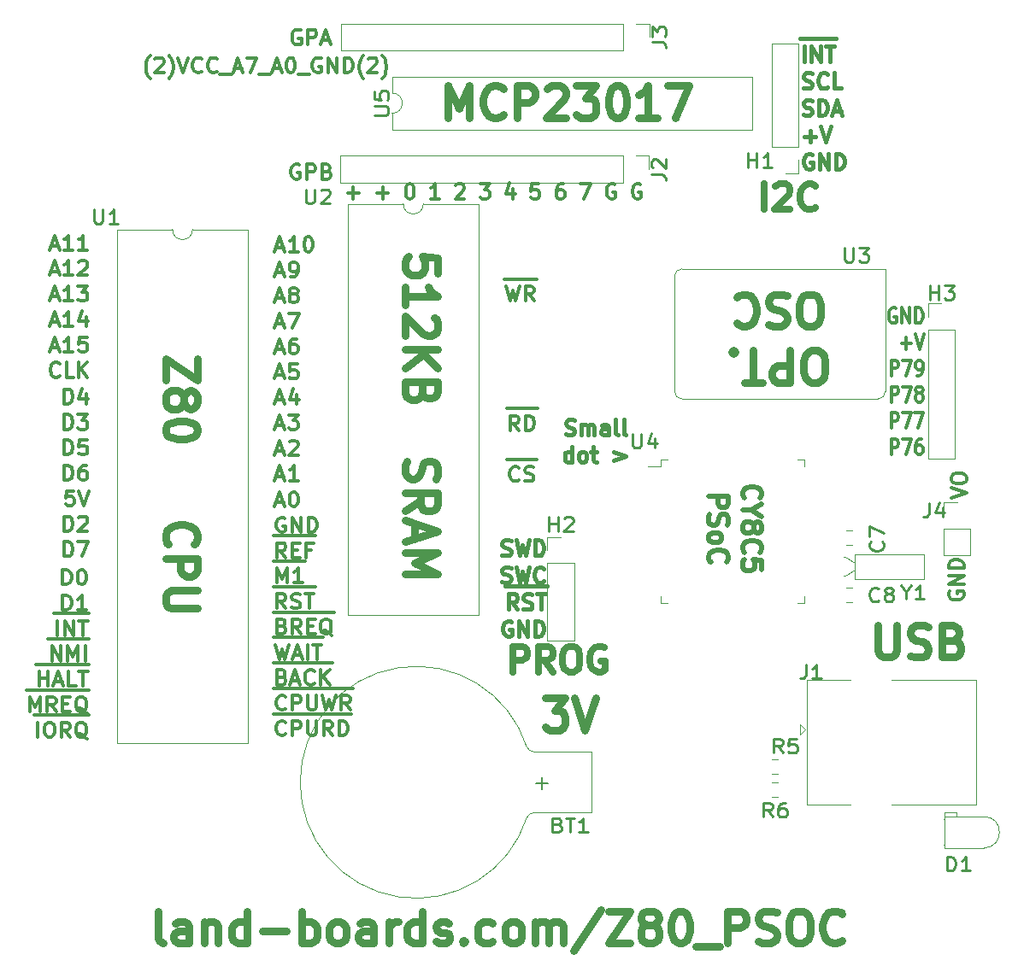
<source format=gbr>
G04 #@! TF.GenerationSoftware,KiCad,Pcbnew,(5.0.2)-1*
G04 #@! TF.CreationDate,2019-10-04T18:50:56-04:00*
G04 #@! TF.ProjectId,Z80_CPU,5a38305f-4350-4552-9e6b-696361645f70,1*
G04 #@! TF.SameCoordinates,Original*
G04 #@! TF.FileFunction,Legend,Top*
G04 #@! TF.FilePolarity,Positive*
%FSLAX46Y46*%
G04 Gerber Fmt 4.6, Leading zero omitted, Abs format (unit mm)*
G04 Created by KiCad (PCBNEW (5.0.2)-1) date 10/4/2019 6:50:56 PM*
%MOMM*%
%LPD*%
G01*
G04 APERTURE LIST*
%ADD10C,0.349250*%
%ADD11C,0.381000*%
%ADD12C,0.300000*%
%ADD13C,0.793750*%
%ADD14C,0.317500*%
%ADD15C,0.635000*%
%ADD16C,0.476250*%
%ADD17C,0.120000*%
%ADD18C,0.254000*%
%ADD19C,0.150000*%
G04 APERTURE END LIST*
D10*
X48614012Y-38654609D02*
X50138012Y-38654609D01*
X49847726Y-40806007D02*
X49339726Y-40116578D01*
X48976869Y-40806007D02*
X48976869Y-39358207D01*
X49557441Y-39358207D01*
X49702583Y-39427150D01*
X49775155Y-39496092D01*
X49847726Y-39633978D01*
X49847726Y-39840807D01*
X49775155Y-39978692D01*
X49702583Y-40047635D01*
X49557441Y-40116578D01*
X48976869Y-40116578D01*
X50138012Y-38654609D02*
X51662012Y-38654609D01*
X50500869Y-40806007D02*
X50500869Y-39358207D01*
X50863726Y-39358207D01*
X51081441Y-39427150D01*
X51226583Y-39565035D01*
X51299155Y-39702921D01*
X51371726Y-39978692D01*
X51371726Y-40185521D01*
X51299155Y-40461292D01*
X51226583Y-40599178D01*
X51081441Y-40737064D01*
X50863726Y-40806007D01*
X50500869Y-40806007D01*
X48614012Y-43696509D02*
X50138012Y-43696509D01*
X49847726Y-45710021D02*
X49775155Y-45778964D01*
X49557441Y-45847907D01*
X49412298Y-45847907D01*
X49194583Y-45778964D01*
X49049441Y-45641078D01*
X48976869Y-45503192D01*
X48904298Y-45227421D01*
X48904298Y-45020592D01*
X48976869Y-44744821D01*
X49049441Y-44606935D01*
X49194583Y-44469050D01*
X49412298Y-44400107D01*
X49557441Y-44400107D01*
X49775155Y-44469050D01*
X49847726Y-44537992D01*
X50138012Y-43696509D02*
X51589441Y-43696509D01*
X50428298Y-45778964D02*
X50646012Y-45847907D01*
X51008869Y-45847907D01*
X51154012Y-45778964D01*
X51226583Y-45710021D01*
X51299155Y-45572135D01*
X51299155Y-45434250D01*
X51226583Y-45296364D01*
X51154012Y-45227421D01*
X51008869Y-45158478D01*
X50718583Y-45089535D01*
X50573441Y-45020592D01*
X50500869Y-44951650D01*
X50428298Y-44813764D01*
X50428298Y-44675878D01*
X50500869Y-44537992D01*
X50573441Y-44469050D01*
X50718583Y-44400107D01*
X51081441Y-44400107D01*
X51299155Y-44469050D01*
X48360012Y-25808559D02*
X50101726Y-25808559D01*
X48577726Y-26512157D02*
X48940583Y-27959957D01*
X49230869Y-26925814D01*
X49521155Y-27959957D01*
X49884012Y-26512157D01*
X50101726Y-25808559D02*
X51625726Y-25808559D01*
X51335441Y-27959957D02*
X50827441Y-27270528D01*
X50464583Y-27959957D02*
X50464583Y-26512157D01*
X51045155Y-26512157D01*
X51190298Y-26581100D01*
X51262869Y-26650042D01*
X51335441Y-26787928D01*
X51335441Y-26994757D01*
X51262869Y-27132642D01*
X51190298Y-27201585D01*
X51045155Y-27270528D01*
X50464583Y-27270528D01*
X25790298Y-47952025D02*
X26516012Y-47952025D01*
X25645155Y-48365682D02*
X26153155Y-46917882D01*
X26661155Y-48365682D01*
X27459441Y-46917882D02*
X27604583Y-46917882D01*
X27749726Y-46986825D01*
X27822298Y-47055767D01*
X27894869Y-47193653D01*
X27967441Y-47469425D01*
X27967441Y-47814139D01*
X27894869Y-48089910D01*
X27822298Y-48227796D01*
X27749726Y-48296739D01*
X27604583Y-48365682D01*
X27459441Y-48365682D01*
X27314298Y-48296739D01*
X27241726Y-48227796D01*
X27169155Y-48089910D01*
X27096583Y-47814139D01*
X27096583Y-47469425D01*
X27169155Y-47193653D01*
X27241726Y-47055767D01*
X27314298Y-46986825D01*
X27459441Y-46917882D01*
X26661155Y-49507775D02*
X26516012Y-49438832D01*
X26298298Y-49438832D01*
X26080583Y-49507775D01*
X25935441Y-49645660D01*
X25862869Y-49783546D01*
X25790298Y-50059317D01*
X25790298Y-50266146D01*
X25862869Y-50541917D01*
X25935441Y-50679803D01*
X26080583Y-50817689D01*
X26298298Y-50886632D01*
X26443441Y-50886632D01*
X26661155Y-50817689D01*
X26733726Y-50748746D01*
X26733726Y-50266146D01*
X26443441Y-50266146D01*
X27386869Y-50886632D02*
X27386869Y-49438832D01*
X28257726Y-50886632D01*
X28257726Y-49438832D01*
X28983441Y-50886632D02*
X28983441Y-49438832D01*
X29346298Y-49438832D01*
X29564012Y-49507775D01*
X29709155Y-49645660D01*
X29781726Y-49783546D01*
X29854298Y-50059317D01*
X29854298Y-50266146D01*
X29781726Y-50541917D01*
X29709155Y-50679803D01*
X29564012Y-50817689D01*
X29346298Y-50886632D01*
X28983441Y-50886632D01*
X25500012Y-51256184D02*
X27024012Y-51256184D01*
X26733726Y-53407582D02*
X26225726Y-52718153D01*
X25862869Y-53407582D02*
X25862869Y-51959782D01*
X26443441Y-51959782D01*
X26588583Y-52028725D01*
X26661155Y-52097667D01*
X26733726Y-52235553D01*
X26733726Y-52442382D01*
X26661155Y-52580267D01*
X26588583Y-52649210D01*
X26443441Y-52718153D01*
X25862869Y-52718153D01*
X27024012Y-51256184D02*
X28402869Y-51256184D01*
X27386869Y-52649210D02*
X27894869Y-52649210D01*
X28112583Y-53407582D02*
X27386869Y-53407582D01*
X27386869Y-51959782D01*
X28112583Y-51959782D01*
X28402869Y-51256184D02*
X29709155Y-51256184D01*
X29273726Y-52649210D02*
X28765726Y-52649210D01*
X28765726Y-53407582D02*
X28765726Y-51959782D01*
X29491441Y-51959782D01*
X25500012Y-53777134D02*
X27241726Y-53777134D01*
X25862869Y-55928532D02*
X25862869Y-54480732D01*
X26370869Y-55514875D01*
X26878869Y-54480732D01*
X26878869Y-55928532D01*
X27241726Y-53777134D02*
X28693155Y-53777134D01*
X28402869Y-55928532D02*
X27532012Y-55928532D01*
X27967441Y-55928532D02*
X27967441Y-54480732D01*
X27822298Y-54687560D01*
X27677155Y-54825446D01*
X27532012Y-54894389D01*
X25500012Y-56298084D02*
X27024012Y-56298084D01*
X26733726Y-58449482D02*
X26225726Y-57760053D01*
X25862869Y-58449482D02*
X25862869Y-57001682D01*
X26443441Y-57001682D01*
X26588583Y-57070625D01*
X26661155Y-57139567D01*
X26733726Y-57277453D01*
X26733726Y-57484282D01*
X26661155Y-57622167D01*
X26588583Y-57691110D01*
X26443441Y-57760053D01*
X25862869Y-57760053D01*
X27024012Y-56298084D02*
X28475441Y-56298084D01*
X27314298Y-58380539D02*
X27532012Y-58449482D01*
X27894869Y-58449482D01*
X28040012Y-58380539D01*
X28112583Y-58311596D01*
X28185155Y-58173710D01*
X28185155Y-58035825D01*
X28112583Y-57897939D01*
X28040012Y-57828996D01*
X27894869Y-57760053D01*
X27604583Y-57691110D01*
X27459441Y-57622167D01*
X27386869Y-57553225D01*
X27314298Y-57415339D01*
X27314298Y-57277453D01*
X27386869Y-57139567D01*
X27459441Y-57070625D01*
X27604583Y-57001682D01*
X27967441Y-57001682D01*
X28185155Y-57070625D01*
X28475441Y-56298084D02*
X29636583Y-56298084D01*
X28620583Y-57001682D02*
X29491441Y-57001682D01*
X29056012Y-58449482D02*
X29056012Y-57001682D01*
X25500012Y-58819034D02*
X27024012Y-58819034D01*
X26370869Y-60212060D02*
X26588583Y-60281003D01*
X26661155Y-60349946D01*
X26733726Y-60487832D01*
X26733726Y-60694660D01*
X26661155Y-60832546D01*
X26588583Y-60901489D01*
X26443441Y-60970432D01*
X25862869Y-60970432D01*
X25862869Y-59522632D01*
X26370869Y-59522632D01*
X26516012Y-59591575D01*
X26588583Y-59660517D01*
X26661155Y-59798403D01*
X26661155Y-59936289D01*
X26588583Y-60074175D01*
X26516012Y-60143117D01*
X26370869Y-60212060D01*
X25862869Y-60212060D01*
X27024012Y-58819034D02*
X28548012Y-58819034D01*
X28257726Y-60970432D02*
X27749726Y-60281003D01*
X27386869Y-60970432D02*
X27386869Y-59522632D01*
X27967441Y-59522632D01*
X28112583Y-59591575D01*
X28185155Y-59660517D01*
X28257726Y-59798403D01*
X28257726Y-60005232D01*
X28185155Y-60143117D01*
X28112583Y-60212060D01*
X27967441Y-60281003D01*
X27386869Y-60281003D01*
X28548012Y-58819034D02*
X29926869Y-58819034D01*
X28910869Y-60212060D02*
X29418869Y-60212060D01*
X29636583Y-60970432D02*
X28910869Y-60970432D01*
X28910869Y-59522632D01*
X29636583Y-59522632D01*
X29926869Y-58819034D02*
X31523441Y-58819034D01*
X31305726Y-61108317D02*
X31160583Y-61039375D01*
X31015441Y-60901489D01*
X30797726Y-60694660D01*
X30652583Y-60625717D01*
X30507441Y-60625717D01*
X30580012Y-60970432D02*
X30434869Y-60901489D01*
X30289726Y-60763603D01*
X30217155Y-60487832D01*
X30217155Y-60005232D01*
X30289726Y-59729460D01*
X30434869Y-59591575D01*
X30580012Y-59522632D01*
X30870298Y-59522632D01*
X31015441Y-59591575D01*
X31160583Y-59729460D01*
X31233155Y-60005232D01*
X31233155Y-60487832D01*
X31160583Y-60763603D01*
X31015441Y-60901489D01*
X30870298Y-60970432D01*
X30580012Y-60970432D01*
X25500012Y-61339984D02*
X27241726Y-61339984D01*
X25717726Y-62043582D02*
X26080583Y-63491382D01*
X26370869Y-62457239D01*
X26661155Y-63491382D01*
X27024012Y-62043582D01*
X27241726Y-61339984D02*
X28548012Y-61339984D01*
X27532012Y-63077725D02*
X28257726Y-63077725D01*
X27386869Y-63491382D02*
X27894869Y-62043582D01*
X28402869Y-63491382D01*
X28548012Y-61339984D02*
X29273726Y-61339984D01*
X28910869Y-63491382D02*
X28910869Y-62043582D01*
X29273726Y-61339984D02*
X30434869Y-61339984D01*
X29418869Y-62043582D02*
X30289726Y-62043582D01*
X29854298Y-63491382D02*
X29854298Y-62043582D01*
X25500012Y-63860934D02*
X27024012Y-63860934D01*
X26370869Y-65253960D02*
X26588583Y-65322903D01*
X26661155Y-65391846D01*
X26733726Y-65529732D01*
X26733726Y-65736560D01*
X26661155Y-65874446D01*
X26588583Y-65943389D01*
X26443441Y-66012332D01*
X25862869Y-66012332D01*
X25862869Y-64564532D01*
X26370869Y-64564532D01*
X26516012Y-64633475D01*
X26588583Y-64702417D01*
X26661155Y-64840303D01*
X26661155Y-64978189D01*
X26588583Y-65116075D01*
X26516012Y-65185017D01*
X26370869Y-65253960D01*
X25862869Y-65253960D01*
X27024012Y-63860934D02*
X28330298Y-63860934D01*
X27314298Y-65598675D02*
X28040012Y-65598675D01*
X27169155Y-66012332D02*
X27677155Y-64564532D01*
X28185155Y-66012332D01*
X28330298Y-63860934D02*
X29854298Y-63860934D01*
X29564012Y-65874446D02*
X29491441Y-65943389D01*
X29273726Y-66012332D01*
X29128583Y-66012332D01*
X28910869Y-65943389D01*
X28765726Y-65805503D01*
X28693155Y-65667617D01*
X28620583Y-65391846D01*
X28620583Y-65185017D01*
X28693155Y-64909246D01*
X28765726Y-64771360D01*
X28910869Y-64633475D01*
X29128583Y-64564532D01*
X29273726Y-64564532D01*
X29491441Y-64633475D01*
X29564012Y-64702417D01*
X29854298Y-63860934D02*
X31378298Y-63860934D01*
X30217155Y-66012332D02*
X30217155Y-64564532D01*
X31088012Y-66012332D02*
X30434869Y-65185017D01*
X31088012Y-64564532D02*
X30217155Y-65391846D01*
X25500012Y-66381884D02*
X27024012Y-66381884D01*
X26733726Y-68395396D02*
X26661155Y-68464339D01*
X26443441Y-68533282D01*
X26298298Y-68533282D01*
X26080583Y-68464339D01*
X25935441Y-68326453D01*
X25862869Y-68188567D01*
X25790298Y-67912796D01*
X25790298Y-67705967D01*
X25862869Y-67430196D01*
X25935441Y-67292310D01*
X26080583Y-67154425D01*
X26298298Y-67085482D01*
X26443441Y-67085482D01*
X26661155Y-67154425D01*
X26733726Y-67223367D01*
X27024012Y-66381884D02*
X28548012Y-66381884D01*
X27386869Y-68533282D02*
X27386869Y-67085482D01*
X27967441Y-67085482D01*
X28112583Y-67154425D01*
X28185155Y-67223367D01*
X28257726Y-67361253D01*
X28257726Y-67568082D01*
X28185155Y-67705967D01*
X28112583Y-67774910D01*
X27967441Y-67843853D01*
X27386869Y-67843853D01*
X28548012Y-66381884D02*
X30144583Y-66381884D01*
X28910869Y-67085482D02*
X28910869Y-68257510D01*
X28983441Y-68395396D01*
X29056012Y-68464339D01*
X29201155Y-68533282D01*
X29491441Y-68533282D01*
X29636583Y-68464339D01*
X29709155Y-68395396D01*
X29781726Y-68257510D01*
X29781726Y-67085482D01*
X30144583Y-66381884D02*
X31886298Y-66381884D01*
X30362298Y-67085482D02*
X30725155Y-68533282D01*
X31015441Y-67499139D01*
X31305726Y-68533282D01*
X31668583Y-67085482D01*
X31886298Y-66381884D02*
X33410298Y-66381884D01*
X33120012Y-68533282D02*
X32612012Y-67843853D01*
X32249155Y-68533282D02*
X32249155Y-67085482D01*
X32829726Y-67085482D01*
X32974869Y-67154425D01*
X33047441Y-67223367D01*
X33120012Y-67361253D01*
X33120012Y-67568082D01*
X33047441Y-67705967D01*
X32974869Y-67774910D01*
X32829726Y-67843853D01*
X32249155Y-67843853D01*
X25500012Y-68902834D02*
X27024012Y-68902834D01*
X26733726Y-70916346D02*
X26661155Y-70985289D01*
X26443441Y-71054232D01*
X26298298Y-71054232D01*
X26080583Y-70985289D01*
X25935441Y-70847403D01*
X25862869Y-70709517D01*
X25790298Y-70433746D01*
X25790298Y-70226917D01*
X25862869Y-69951146D01*
X25935441Y-69813260D01*
X26080583Y-69675375D01*
X26298298Y-69606432D01*
X26443441Y-69606432D01*
X26661155Y-69675375D01*
X26733726Y-69744317D01*
X27024012Y-68902834D02*
X28548012Y-68902834D01*
X27386869Y-71054232D02*
X27386869Y-69606432D01*
X27967441Y-69606432D01*
X28112583Y-69675375D01*
X28185155Y-69744317D01*
X28257726Y-69882203D01*
X28257726Y-70089032D01*
X28185155Y-70226917D01*
X28112583Y-70295860D01*
X27967441Y-70364803D01*
X27386869Y-70364803D01*
X28548012Y-68902834D02*
X30144583Y-68902834D01*
X28910869Y-69606432D02*
X28910869Y-70778460D01*
X28983441Y-70916346D01*
X29056012Y-70985289D01*
X29201155Y-71054232D01*
X29491441Y-71054232D01*
X29636583Y-70985289D01*
X29709155Y-70916346D01*
X29781726Y-70778460D01*
X29781726Y-69606432D01*
X30144583Y-68902834D02*
X31668583Y-68902834D01*
X31378298Y-71054232D02*
X30870298Y-70364803D01*
X30507441Y-71054232D02*
X30507441Y-69606432D01*
X31088012Y-69606432D01*
X31233155Y-69675375D01*
X31305726Y-69744317D01*
X31378298Y-69882203D01*
X31378298Y-70089032D01*
X31305726Y-70226917D01*
X31233155Y-70295860D01*
X31088012Y-70364803D01*
X30507441Y-70364803D01*
X31668583Y-68902834D02*
X33192583Y-68902834D01*
X32031441Y-71054232D02*
X32031441Y-69606432D01*
X32394298Y-69606432D01*
X32612012Y-69675375D01*
X32757155Y-69813260D01*
X32829726Y-69951146D01*
X32902298Y-70226917D01*
X32902298Y-70433746D01*
X32829726Y-70709517D01*
X32757155Y-70847403D01*
X32612012Y-70985289D01*
X32394298Y-71054232D01*
X32031441Y-71054232D01*
X25790298Y-22679025D02*
X26516012Y-22679025D01*
X25645155Y-23092682D02*
X26153155Y-21644882D01*
X26661155Y-23092682D01*
X27967441Y-23092682D02*
X27096583Y-23092682D01*
X27532012Y-23092682D02*
X27532012Y-21644882D01*
X27386869Y-21851710D01*
X27241726Y-21989596D01*
X27096583Y-22058539D01*
X28910869Y-21644882D02*
X29056012Y-21644882D01*
X29201155Y-21713825D01*
X29273726Y-21782767D01*
X29346298Y-21920653D01*
X29418869Y-22196425D01*
X29418869Y-22541139D01*
X29346298Y-22816910D01*
X29273726Y-22954796D01*
X29201155Y-23023739D01*
X29056012Y-23092682D01*
X28910869Y-23092682D01*
X28765726Y-23023739D01*
X28693155Y-22954796D01*
X28620583Y-22816910D01*
X28548012Y-22541139D01*
X28548012Y-22196425D01*
X28620583Y-21920653D01*
X28693155Y-21782767D01*
X28765726Y-21713825D01*
X28910869Y-21644882D01*
X25790298Y-25199975D02*
X26516012Y-25199975D01*
X25645155Y-25613632D02*
X26153155Y-24165832D01*
X26661155Y-25613632D01*
X27241726Y-25613632D02*
X27532012Y-25613632D01*
X27677155Y-25544689D01*
X27749726Y-25475746D01*
X27894869Y-25268917D01*
X27967441Y-24993146D01*
X27967441Y-24441603D01*
X27894869Y-24303717D01*
X27822298Y-24234775D01*
X27677155Y-24165832D01*
X27386869Y-24165832D01*
X27241726Y-24234775D01*
X27169155Y-24303717D01*
X27096583Y-24441603D01*
X27096583Y-24786317D01*
X27169155Y-24924203D01*
X27241726Y-24993146D01*
X27386869Y-25062089D01*
X27677155Y-25062089D01*
X27822298Y-24993146D01*
X27894869Y-24924203D01*
X27967441Y-24786317D01*
X25790298Y-27720925D02*
X26516012Y-27720925D01*
X25645155Y-28134582D02*
X26153155Y-26686782D01*
X26661155Y-28134582D01*
X27386869Y-27307267D02*
X27241726Y-27238325D01*
X27169155Y-27169382D01*
X27096583Y-27031496D01*
X27096583Y-26962553D01*
X27169155Y-26824667D01*
X27241726Y-26755725D01*
X27386869Y-26686782D01*
X27677155Y-26686782D01*
X27822298Y-26755725D01*
X27894869Y-26824667D01*
X27967441Y-26962553D01*
X27967441Y-27031496D01*
X27894869Y-27169382D01*
X27822298Y-27238325D01*
X27677155Y-27307267D01*
X27386869Y-27307267D01*
X27241726Y-27376210D01*
X27169155Y-27445153D01*
X27096583Y-27583039D01*
X27096583Y-27858810D01*
X27169155Y-27996696D01*
X27241726Y-28065639D01*
X27386869Y-28134582D01*
X27677155Y-28134582D01*
X27822298Y-28065639D01*
X27894869Y-27996696D01*
X27967441Y-27858810D01*
X27967441Y-27583039D01*
X27894869Y-27445153D01*
X27822298Y-27376210D01*
X27677155Y-27307267D01*
X25790298Y-30241875D02*
X26516012Y-30241875D01*
X25645155Y-30655532D02*
X26153155Y-29207732D01*
X26661155Y-30655532D01*
X27024012Y-29207732D02*
X28040012Y-29207732D01*
X27386869Y-30655532D01*
X25790298Y-32762825D02*
X26516012Y-32762825D01*
X25645155Y-33176482D02*
X26153155Y-31728682D01*
X26661155Y-33176482D01*
X27822298Y-31728682D02*
X27532012Y-31728682D01*
X27386869Y-31797625D01*
X27314298Y-31866567D01*
X27169155Y-32073396D01*
X27096583Y-32349167D01*
X27096583Y-32900710D01*
X27169155Y-33038596D01*
X27241726Y-33107539D01*
X27386869Y-33176482D01*
X27677155Y-33176482D01*
X27822298Y-33107539D01*
X27894869Y-33038596D01*
X27967441Y-32900710D01*
X27967441Y-32555996D01*
X27894869Y-32418110D01*
X27822298Y-32349167D01*
X27677155Y-32280225D01*
X27386869Y-32280225D01*
X27241726Y-32349167D01*
X27169155Y-32418110D01*
X27096583Y-32555996D01*
X25790298Y-35283775D02*
X26516012Y-35283775D01*
X25645155Y-35697432D02*
X26153155Y-34249632D01*
X26661155Y-35697432D01*
X27894869Y-34249632D02*
X27169155Y-34249632D01*
X27096583Y-34939060D01*
X27169155Y-34870117D01*
X27314298Y-34801175D01*
X27677155Y-34801175D01*
X27822298Y-34870117D01*
X27894869Y-34939060D01*
X27967441Y-35076946D01*
X27967441Y-35421660D01*
X27894869Y-35559546D01*
X27822298Y-35628489D01*
X27677155Y-35697432D01*
X27314298Y-35697432D01*
X27169155Y-35628489D01*
X27096583Y-35559546D01*
X25790298Y-37804725D02*
X26516012Y-37804725D01*
X25645155Y-38218382D02*
X26153155Y-36770582D01*
X26661155Y-38218382D01*
X27822298Y-37253182D02*
X27822298Y-38218382D01*
X27459441Y-36701639D02*
X27096583Y-37735782D01*
X28040012Y-37735782D01*
X25790298Y-40325675D02*
X26516012Y-40325675D01*
X25645155Y-40739332D02*
X26153155Y-39291532D01*
X26661155Y-40739332D01*
X27024012Y-39291532D02*
X27967441Y-39291532D01*
X27459441Y-39843075D01*
X27677155Y-39843075D01*
X27822298Y-39912017D01*
X27894869Y-39980960D01*
X27967441Y-40118846D01*
X27967441Y-40463560D01*
X27894869Y-40601446D01*
X27822298Y-40670389D01*
X27677155Y-40739332D01*
X27241726Y-40739332D01*
X27096583Y-40670389D01*
X27024012Y-40601446D01*
X25790298Y-42846625D02*
X26516012Y-42846625D01*
X25645155Y-43260282D02*
X26153155Y-41812482D01*
X26661155Y-43260282D01*
X27096583Y-41950367D02*
X27169155Y-41881425D01*
X27314298Y-41812482D01*
X27677155Y-41812482D01*
X27822298Y-41881425D01*
X27894869Y-41950367D01*
X27967441Y-42088253D01*
X27967441Y-42226139D01*
X27894869Y-42432967D01*
X27024012Y-43260282D01*
X27967441Y-43260282D01*
X25790298Y-45367575D02*
X26516012Y-45367575D01*
X25645155Y-45781232D02*
X26153155Y-44333432D01*
X26661155Y-45781232D01*
X27967441Y-45781232D02*
X27096583Y-45781232D01*
X27532012Y-45781232D02*
X27532012Y-44333432D01*
X27386869Y-44540260D01*
X27241726Y-44678146D01*
X27096583Y-44747089D01*
X4653416Y-56084107D02*
X4653416Y-54636307D01*
X5016273Y-54636307D01*
X5233987Y-54705250D01*
X5379130Y-54843135D01*
X5451701Y-54981021D01*
X5524273Y-55256792D01*
X5524273Y-55463621D01*
X5451701Y-55739392D01*
X5379130Y-55877278D01*
X5233987Y-56015164D01*
X5016273Y-56084107D01*
X4653416Y-56084107D01*
X6467701Y-54636307D02*
X6612844Y-54636307D01*
X6757987Y-54705250D01*
X6830558Y-54774192D01*
X6903130Y-54912078D01*
X6975701Y-55187850D01*
X6975701Y-55532564D01*
X6903130Y-55808335D01*
X6830558Y-55946221D01*
X6757987Y-56015164D01*
X6612844Y-56084107D01*
X6467701Y-56084107D01*
X6322558Y-56015164D01*
X6249987Y-55946221D01*
X6177416Y-55808335D01*
X6104844Y-55532564D01*
X6104844Y-55187850D01*
X6177416Y-54912078D01*
X6249987Y-54774192D01*
X6322558Y-54705250D01*
X6467701Y-54636307D01*
X4653416Y-58605057D02*
X4653416Y-57157257D01*
X5016273Y-57157257D01*
X5233987Y-57226200D01*
X5379130Y-57364085D01*
X5451701Y-57501971D01*
X5524273Y-57777742D01*
X5524273Y-57984571D01*
X5451701Y-58260342D01*
X5379130Y-58398228D01*
X5233987Y-58536114D01*
X5016273Y-58605057D01*
X4653416Y-58605057D01*
X6975701Y-58605057D02*
X6104844Y-58605057D01*
X6540273Y-58605057D02*
X6540273Y-57157257D01*
X6395130Y-57364085D01*
X6249987Y-57501971D01*
X6104844Y-57570914D01*
X3782558Y-58974609D02*
X4508273Y-58974609D01*
X4145416Y-61126007D02*
X4145416Y-59678207D01*
X4508273Y-58974609D02*
X6104844Y-58974609D01*
X4871130Y-61126007D02*
X4871130Y-59678207D01*
X5741987Y-61126007D01*
X5741987Y-59678207D01*
X6104844Y-58974609D02*
X7265987Y-58974609D01*
X6249987Y-59678207D02*
X7120844Y-59678207D01*
X6685416Y-61126007D02*
X6685416Y-59678207D01*
X3201987Y-61495559D02*
X4798558Y-61495559D01*
X3564844Y-63646957D02*
X3564844Y-62199157D01*
X4435701Y-63646957D01*
X4435701Y-62199157D01*
X4798558Y-61495559D02*
X6540273Y-61495559D01*
X5161416Y-63646957D02*
X5161416Y-62199157D01*
X5669416Y-63233300D01*
X6177416Y-62199157D01*
X6177416Y-63646957D01*
X6540273Y-61495559D02*
X7265987Y-61495559D01*
X6903130Y-63646957D02*
X6903130Y-62199157D01*
X1968273Y-64016509D02*
X3564844Y-64016509D01*
X2331130Y-66167907D02*
X2331130Y-64720107D01*
X2331130Y-65409535D02*
X3201987Y-65409535D01*
X3201987Y-66167907D02*
X3201987Y-64720107D01*
X3564844Y-64016509D02*
X4871130Y-64016509D01*
X3855130Y-65754250D02*
X4580844Y-65754250D01*
X3709987Y-66167907D02*
X4217987Y-64720107D01*
X4725987Y-66167907D01*
X4871130Y-64016509D02*
X6104844Y-64016509D01*
X5959701Y-66167907D02*
X5233987Y-66167907D01*
X5233987Y-64720107D01*
X6104844Y-64016509D02*
X7265987Y-64016509D01*
X6249987Y-64720107D02*
X7120844Y-64720107D01*
X6685416Y-66167907D02*
X6685416Y-64720107D01*
X1024844Y-66537459D02*
X2766558Y-66537459D01*
X1387701Y-68688857D02*
X1387701Y-67241057D01*
X1895701Y-68275200D01*
X2403701Y-67241057D01*
X2403701Y-68688857D01*
X2766558Y-66537459D02*
X4290558Y-66537459D01*
X4000273Y-68688857D02*
X3492273Y-67999428D01*
X3129416Y-68688857D02*
X3129416Y-67241057D01*
X3709987Y-67241057D01*
X3855130Y-67310000D01*
X3927701Y-67378942D01*
X4000273Y-67516828D01*
X4000273Y-67723657D01*
X3927701Y-67861542D01*
X3855130Y-67930485D01*
X3709987Y-67999428D01*
X3129416Y-67999428D01*
X4290558Y-66537459D02*
X5669416Y-66537459D01*
X4653416Y-67930485D02*
X5161416Y-67930485D01*
X5379130Y-68688857D02*
X4653416Y-68688857D01*
X4653416Y-67241057D01*
X5379130Y-67241057D01*
X5669416Y-66537459D02*
X7265987Y-66537459D01*
X7048273Y-68826742D02*
X6903130Y-68757800D01*
X6757987Y-68619914D01*
X6540273Y-68413085D01*
X6395130Y-68344142D01*
X6249987Y-68344142D01*
X6322558Y-68688857D02*
X6177416Y-68619914D01*
X6032273Y-68482028D01*
X5959701Y-68206257D01*
X5959701Y-67723657D01*
X6032273Y-67447885D01*
X6177416Y-67310000D01*
X6322558Y-67241057D01*
X6612844Y-67241057D01*
X6757987Y-67310000D01*
X6903130Y-67447885D01*
X6975701Y-67723657D01*
X6975701Y-68206257D01*
X6903130Y-68482028D01*
X6757987Y-68619914D01*
X6612844Y-68688857D01*
X6322558Y-68688857D01*
X1823130Y-69058409D02*
X2548844Y-69058409D01*
X2185987Y-71209807D02*
X2185987Y-69762007D01*
X2548844Y-69058409D02*
X4145416Y-69058409D01*
X3201987Y-69762007D02*
X3492273Y-69762007D01*
X3637416Y-69830950D01*
X3782558Y-69968835D01*
X3855130Y-70244607D01*
X3855130Y-70727207D01*
X3782558Y-71002978D01*
X3637416Y-71140864D01*
X3492273Y-71209807D01*
X3201987Y-71209807D01*
X3056844Y-71140864D01*
X2911701Y-71002978D01*
X2839130Y-70727207D01*
X2839130Y-70244607D01*
X2911701Y-69968835D01*
X3056844Y-69830950D01*
X3201987Y-69762007D01*
X4145416Y-69058409D02*
X5669416Y-69058409D01*
X5379130Y-71209807D02*
X4871130Y-70520378D01*
X4508273Y-71209807D02*
X4508273Y-69762007D01*
X5088844Y-69762007D01*
X5233987Y-69830950D01*
X5306558Y-69899892D01*
X5379130Y-70037778D01*
X5379130Y-70244607D01*
X5306558Y-70382492D01*
X5233987Y-70451435D01*
X5088844Y-70520378D01*
X4508273Y-70520378D01*
X5669416Y-69058409D02*
X7265987Y-69058409D01*
X7048273Y-71347692D02*
X6903130Y-71278750D01*
X6757987Y-71140864D01*
X6540273Y-70934035D01*
X6395130Y-70865092D01*
X6249987Y-70865092D01*
X6322558Y-71209807D02*
X6177416Y-71140864D01*
X6032273Y-71002978D01*
X5959701Y-70727207D01*
X5959701Y-70244607D01*
X6032273Y-69968835D01*
X6177416Y-69830950D01*
X6322558Y-69762007D01*
X6612844Y-69762007D01*
X6757987Y-69830950D01*
X6903130Y-69968835D01*
X6975701Y-70244607D01*
X6975701Y-70727207D01*
X6903130Y-71002978D01*
X6757987Y-71140864D01*
X6612844Y-71209807D01*
X6322558Y-71209807D01*
X4780416Y-38177107D02*
X4780416Y-36729307D01*
X5143273Y-36729307D01*
X5360987Y-36798250D01*
X5506130Y-36936135D01*
X5578701Y-37074021D01*
X5651273Y-37349792D01*
X5651273Y-37556621D01*
X5578701Y-37832392D01*
X5506130Y-37970278D01*
X5360987Y-38108164D01*
X5143273Y-38177107D01*
X4780416Y-38177107D01*
X6957558Y-37211907D02*
X6957558Y-38177107D01*
X6594701Y-36660364D02*
X6231844Y-37694507D01*
X7175273Y-37694507D01*
X4780416Y-40698057D02*
X4780416Y-39250257D01*
X5143273Y-39250257D01*
X5360987Y-39319200D01*
X5506130Y-39457085D01*
X5578701Y-39594971D01*
X5651273Y-39870742D01*
X5651273Y-40077571D01*
X5578701Y-40353342D01*
X5506130Y-40491228D01*
X5360987Y-40629114D01*
X5143273Y-40698057D01*
X4780416Y-40698057D01*
X6159273Y-39250257D02*
X7102701Y-39250257D01*
X6594701Y-39801800D01*
X6812416Y-39801800D01*
X6957558Y-39870742D01*
X7030130Y-39939685D01*
X7102701Y-40077571D01*
X7102701Y-40422285D01*
X7030130Y-40560171D01*
X6957558Y-40629114D01*
X6812416Y-40698057D01*
X6376987Y-40698057D01*
X6231844Y-40629114D01*
X6159273Y-40560171D01*
X4780416Y-43219007D02*
X4780416Y-41771207D01*
X5143273Y-41771207D01*
X5360987Y-41840150D01*
X5506130Y-41978035D01*
X5578701Y-42115921D01*
X5651273Y-42391692D01*
X5651273Y-42598521D01*
X5578701Y-42874292D01*
X5506130Y-43012178D01*
X5360987Y-43150064D01*
X5143273Y-43219007D01*
X4780416Y-43219007D01*
X7030130Y-41771207D02*
X6304416Y-41771207D01*
X6231844Y-42460635D01*
X6304416Y-42391692D01*
X6449558Y-42322750D01*
X6812416Y-42322750D01*
X6957558Y-42391692D01*
X7030130Y-42460635D01*
X7102701Y-42598521D01*
X7102701Y-42943235D01*
X7030130Y-43081121D01*
X6957558Y-43150064D01*
X6812416Y-43219007D01*
X6449558Y-43219007D01*
X6304416Y-43150064D01*
X6231844Y-43081121D01*
X4780416Y-45739957D02*
X4780416Y-44292157D01*
X5143273Y-44292157D01*
X5360987Y-44361100D01*
X5506130Y-44498985D01*
X5578701Y-44636871D01*
X5651273Y-44912642D01*
X5651273Y-45119471D01*
X5578701Y-45395242D01*
X5506130Y-45533128D01*
X5360987Y-45671014D01*
X5143273Y-45739957D01*
X4780416Y-45739957D01*
X6957558Y-44292157D02*
X6667273Y-44292157D01*
X6522130Y-44361100D01*
X6449558Y-44430042D01*
X6304416Y-44636871D01*
X6231844Y-44912642D01*
X6231844Y-45464185D01*
X6304416Y-45602071D01*
X6376987Y-45671014D01*
X6522130Y-45739957D01*
X6812416Y-45739957D01*
X6957558Y-45671014D01*
X7030130Y-45602071D01*
X7102701Y-45464185D01*
X7102701Y-45119471D01*
X7030130Y-44981585D01*
X6957558Y-44912642D01*
X6812416Y-44843700D01*
X6522130Y-44843700D01*
X6376987Y-44912642D01*
X6304416Y-44981585D01*
X6231844Y-45119471D01*
X5723844Y-46813107D02*
X4998130Y-46813107D01*
X4925558Y-47502535D01*
X4998130Y-47433592D01*
X5143273Y-47364650D01*
X5506130Y-47364650D01*
X5651273Y-47433592D01*
X5723844Y-47502535D01*
X5796416Y-47640421D01*
X5796416Y-47985135D01*
X5723844Y-48123021D01*
X5651273Y-48191964D01*
X5506130Y-48260907D01*
X5143273Y-48260907D01*
X4998130Y-48191964D01*
X4925558Y-48123021D01*
X6231844Y-46813107D02*
X6739844Y-48260907D01*
X7247844Y-46813107D01*
X4780416Y-50781857D02*
X4780416Y-49334057D01*
X5143273Y-49334057D01*
X5360987Y-49403000D01*
X5506130Y-49540885D01*
X5578701Y-49678771D01*
X5651273Y-49954542D01*
X5651273Y-50161371D01*
X5578701Y-50437142D01*
X5506130Y-50575028D01*
X5360987Y-50712914D01*
X5143273Y-50781857D01*
X4780416Y-50781857D01*
X6231844Y-49471942D02*
X6304416Y-49403000D01*
X6449558Y-49334057D01*
X6812416Y-49334057D01*
X6957558Y-49403000D01*
X7030130Y-49471942D01*
X7102701Y-49609828D01*
X7102701Y-49747714D01*
X7030130Y-49954542D01*
X6159273Y-50781857D01*
X7102701Y-50781857D01*
X4780416Y-53302807D02*
X4780416Y-51855007D01*
X5143273Y-51855007D01*
X5360987Y-51923950D01*
X5506130Y-52061835D01*
X5578701Y-52199721D01*
X5651273Y-52475492D01*
X5651273Y-52682321D01*
X5578701Y-52958092D01*
X5506130Y-53095978D01*
X5360987Y-53233864D01*
X5143273Y-53302807D01*
X4780416Y-53302807D01*
X6159273Y-51855007D02*
X7175273Y-51855007D01*
X6522130Y-53302807D01*
X3474130Y-22513925D02*
X4199844Y-22513925D01*
X3328987Y-22927582D02*
X3836987Y-21479782D01*
X4344987Y-22927582D01*
X5651273Y-22927582D02*
X4780416Y-22927582D01*
X5215844Y-22927582D02*
X5215844Y-21479782D01*
X5070701Y-21686610D01*
X4925558Y-21824496D01*
X4780416Y-21893439D01*
X7102701Y-22927582D02*
X6231844Y-22927582D01*
X6667273Y-22927582D02*
X6667273Y-21479782D01*
X6522130Y-21686610D01*
X6376987Y-21824496D01*
X6231844Y-21893439D01*
X3474130Y-25034875D02*
X4199844Y-25034875D01*
X3328987Y-25448532D02*
X3836987Y-24000732D01*
X4344987Y-25448532D01*
X5651273Y-25448532D02*
X4780416Y-25448532D01*
X5215844Y-25448532D02*
X5215844Y-24000732D01*
X5070701Y-24207560D01*
X4925558Y-24345446D01*
X4780416Y-24414389D01*
X6231844Y-24138617D02*
X6304416Y-24069675D01*
X6449558Y-24000732D01*
X6812416Y-24000732D01*
X6957558Y-24069675D01*
X7030130Y-24138617D01*
X7102701Y-24276503D01*
X7102701Y-24414389D01*
X7030130Y-24621217D01*
X6159273Y-25448532D01*
X7102701Y-25448532D01*
X3474130Y-27555825D02*
X4199844Y-27555825D01*
X3328987Y-27969482D02*
X3836987Y-26521682D01*
X4344987Y-27969482D01*
X5651273Y-27969482D02*
X4780416Y-27969482D01*
X5215844Y-27969482D02*
X5215844Y-26521682D01*
X5070701Y-26728510D01*
X4925558Y-26866396D01*
X4780416Y-26935339D01*
X6159273Y-26521682D02*
X7102701Y-26521682D01*
X6594701Y-27073225D01*
X6812416Y-27073225D01*
X6957558Y-27142167D01*
X7030130Y-27211110D01*
X7102701Y-27348996D01*
X7102701Y-27693710D01*
X7030130Y-27831596D01*
X6957558Y-27900539D01*
X6812416Y-27969482D01*
X6376987Y-27969482D01*
X6231844Y-27900539D01*
X6159273Y-27831596D01*
X3474130Y-30076775D02*
X4199844Y-30076775D01*
X3328987Y-30490432D02*
X3836987Y-29042632D01*
X4344987Y-30490432D01*
X5651273Y-30490432D02*
X4780416Y-30490432D01*
X5215844Y-30490432D02*
X5215844Y-29042632D01*
X5070701Y-29249460D01*
X4925558Y-29387346D01*
X4780416Y-29456289D01*
X6957558Y-29525232D02*
X6957558Y-30490432D01*
X6594701Y-28973689D02*
X6231844Y-30007832D01*
X7175273Y-30007832D01*
X3474130Y-32597725D02*
X4199844Y-32597725D01*
X3328987Y-33011382D02*
X3836987Y-31563582D01*
X4344987Y-33011382D01*
X5651273Y-33011382D02*
X4780416Y-33011382D01*
X5215844Y-33011382D02*
X5215844Y-31563582D01*
X5070701Y-31770410D01*
X4925558Y-31908296D01*
X4780416Y-31977239D01*
X7030130Y-31563582D02*
X6304416Y-31563582D01*
X6231844Y-32253010D01*
X6304416Y-32184067D01*
X6449558Y-32115125D01*
X6812416Y-32115125D01*
X6957558Y-32184067D01*
X7030130Y-32253010D01*
X7102701Y-32390896D01*
X7102701Y-32735610D01*
X7030130Y-32873496D01*
X6957558Y-32942439D01*
X6812416Y-33011382D01*
X6449558Y-33011382D01*
X6304416Y-32942439D01*
X6231844Y-32873496D01*
X4344987Y-35394446D02*
X4272416Y-35463389D01*
X4054701Y-35532332D01*
X3909558Y-35532332D01*
X3691844Y-35463389D01*
X3546701Y-35325503D01*
X3474130Y-35187617D01*
X3401558Y-34911846D01*
X3401558Y-34705017D01*
X3474130Y-34429246D01*
X3546701Y-34291360D01*
X3691844Y-34153475D01*
X3909558Y-34084532D01*
X4054701Y-34084532D01*
X4272416Y-34153475D01*
X4344987Y-34222417D01*
X5723844Y-35532332D02*
X4998130Y-35532332D01*
X4998130Y-34084532D01*
X6231844Y-35532332D02*
X6231844Y-34084532D01*
X7102701Y-35532332D02*
X6449558Y-34705017D01*
X7102701Y-34084532D02*
X6231844Y-34911846D01*
D11*
X54464857Y-41193357D02*
X54682571Y-41265928D01*
X55045428Y-41265928D01*
X55190571Y-41193357D01*
X55263142Y-41120785D01*
X55335714Y-40975642D01*
X55335714Y-40830500D01*
X55263142Y-40685357D01*
X55190571Y-40612785D01*
X55045428Y-40540214D01*
X54755142Y-40467642D01*
X54610000Y-40395071D01*
X54537428Y-40322500D01*
X54464857Y-40177357D01*
X54464857Y-40032214D01*
X54537428Y-39887071D01*
X54610000Y-39814500D01*
X54755142Y-39741928D01*
X55118000Y-39741928D01*
X55335714Y-39814500D01*
X55988857Y-41265928D02*
X55988857Y-40249928D01*
X55988857Y-40395071D02*
X56061428Y-40322500D01*
X56206571Y-40249928D01*
X56424285Y-40249928D01*
X56569428Y-40322500D01*
X56642000Y-40467642D01*
X56642000Y-41265928D01*
X56642000Y-40467642D02*
X56714571Y-40322500D01*
X56859714Y-40249928D01*
X57077428Y-40249928D01*
X57222571Y-40322500D01*
X57295142Y-40467642D01*
X57295142Y-41265928D01*
X58674000Y-41265928D02*
X58674000Y-40467642D01*
X58601428Y-40322500D01*
X58456285Y-40249928D01*
X58166000Y-40249928D01*
X58020857Y-40322500D01*
X58674000Y-41193357D02*
X58528857Y-41265928D01*
X58166000Y-41265928D01*
X58020857Y-41193357D01*
X57948285Y-41048214D01*
X57948285Y-40903071D01*
X58020857Y-40757928D01*
X58166000Y-40685357D01*
X58528857Y-40685357D01*
X58674000Y-40612785D01*
X59617428Y-41265928D02*
X59472285Y-41193357D01*
X59399714Y-41048214D01*
X59399714Y-39741928D01*
X60415714Y-41265928D02*
X60270571Y-41193357D01*
X60198000Y-41048214D01*
X60198000Y-39741928D01*
X55081714Y-43932928D02*
X55081714Y-42408928D01*
X55081714Y-43860357D02*
X54936571Y-43932928D01*
X54646285Y-43932928D01*
X54501142Y-43860357D01*
X54428571Y-43787785D01*
X54356000Y-43642642D01*
X54356000Y-43207214D01*
X54428571Y-43062071D01*
X54501142Y-42989500D01*
X54646285Y-42916928D01*
X54936571Y-42916928D01*
X55081714Y-42989500D01*
X56025142Y-43932928D02*
X55880000Y-43860357D01*
X55807428Y-43787785D01*
X55734857Y-43642642D01*
X55734857Y-43207214D01*
X55807428Y-43062071D01*
X55880000Y-42989500D01*
X56025142Y-42916928D01*
X56242857Y-42916928D01*
X56388000Y-42989500D01*
X56460571Y-43062071D01*
X56533142Y-43207214D01*
X56533142Y-43642642D01*
X56460571Y-43787785D01*
X56388000Y-43860357D01*
X56242857Y-43932928D01*
X56025142Y-43932928D01*
X56968571Y-42916928D02*
X57549142Y-42916928D01*
X57186285Y-42408928D02*
X57186285Y-43715214D01*
X57258857Y-43860357D01*
X57404000Y-43932928D01*
X57549142Y-43932928D01*
X59218285Y-42916928D02*
X60379428Y-43352357D01*
X59218285Y-43787785D01*
D12*
X92650571Y-47513714D02*
X94150571Y-47013714D01*
X92650571Y-46513714D01*
X92650571Y-45728000D02*
X92650571Y-45442285D01*
X92722000Y-45299428D01*
X92864857Y-45156571D01*
X93150571Y-45085142D01*
X93650571Y-45085142D01*
X93936285Y-45156571D01*
X94079142Y-45299428D01*
X94150571Y-45442285D01*
X94150571Y-45728000D01*
X94079142Y-45870857D01*
X93936285Y-46013714D01*
X93650571Y-46085142D01*
X93150571Y-46085142D01*
X92864857Y-46013714D01*
X92722000Y-45870857D01*
X92650571Y-45728000D01*
X92468000Y-56768857D02*
X92396571Y-56911714D01*
X92396571Y-57126000D01*
X92468000Y-57340285D01*
X92610857Y-57483142D01*
X92753714Y-57554571D01*
X93039428Y-57626000D01*
X93253714Y-57626000D01*
X93539428Y-57554571D01*
X93682285Y-57483142D01*
X93825142Y-57340285D01*
X93896571Y-57126000D01*
X93896571Y-56983142D01*
X93825142Y-56768857D01*
X93753714Y-56697428D01*
X93253714Y-56697428D01*
X93253714Y-56983142D01*
X93896571Y-56054571D02*
X92396571Y-56054571D01*
X93896571Y-55197428D01*
X92396571Y-55197428D01*
X93896571Y-54483142D02*
X92396571Y-54483142D01*
X92396571Y-54126000D01*
X92468000Y-53911714D01*
X92610857Y-53768857D01*
X92753714Y-53697428D01*
X93039428Y-53626000D01*
X93253714Y-53626000D01*
X93539428Y-53697428D01*
X93682285Y-53768857D01*
X93825142Y-53911714D01*
X93896571Y-54126000D01*
X93896571Y-54483142D01*
X28210000Y-1155000D02*
X28067142Y-1083571D01*
X27852857Y-1083571D01*
X27638571Y-1155000D01*
X27495714Y-1297857D01*
X27424285Y-1440714D01*
X27352857Y-1726428D01*
X27352857Y-1940714D01*
X27424285Y-2226428D01*
X27495714Y-2369285D01*
X27638571Y-2512142D01*
X27852857Y-2583571D01*
X27995714Y-2583571D01*
X28210000Y-2512142D01*
X28281428Y-2440714D01*
X28281428Y-1940714D01*
X27995714Y-1940714D01*
X28924285Y-2583571D02*
X28924285Y-1083571D01*
X29495714Y-1083571D01*
X29638571Y-1155000D01*
X29710000Y-1226428D01*
X29781428Y-1369285D01*
X29781428Y-1583571D01*
X29710000Y-1726428D01*
X29638571Y-1797857D01*
X29495714Y-1869285D01*
X28924285Y-1869285D01*
X30352857Y-2155000D02*
X31067142Y-2155000D01*
X30210000Y-2583571D02*
X30710000Y-1083571D01*
X31210000Y-2583571D01*
X28102857Y-14490000D02*
X27960000Y-14418571D01*
X27745714Y-14418571D01*
X27531428Y-14490000D01*
X27388571Y-14632857D01*
X27317142Y-14775714D01*
X27245714Y-15061428D01*
X27245714Y-15275714D01*
X27317142Y-15561428D01*
X27388571Y-15704285D01*
X27531428Y-15847142D01*
X27745714Y-15918571D01*
X27888571Y-15918571D01*
X28102857Y-15847142D01*
X28174285Y-15775714D01*
X28174285Y-15275714D01*
X27888571Y-15275714D01*
X28817142Y-15918571D02*
X28817142Y-14418571D01*
X29388571Y-14418571D01*
X29531428Y-14490000D01*
X29602857Y-14561428D01*
X29674285Y-14704285D01*
X29674285Y-14918571D01*
X29602857Y-15061428D01*
X29531428Y-15132857D01*
X29388571Y-15204285D01*
X28817142Y-15204285D01*
X30817142Y-15132857D02*
X31031428Y-15204285D01*
X31102857Y-15275714D01*
X31174285Y-15418571D01*
X31174285Y-15632857D01*
X31102857Y-15775714D01*
X31031428Y-15847142D01*
X30888571Y-15918571D01*
X30317142Y-15918571D01*
X30317142Y-14418571D01*
X30817142Y-14418571D01*
X30960000Y-14490000D01*
X31031428Y-14561428D01*
X31102857Y-14704285D01*
X31102857Y-14847142D01*
X31031428Y-14990000D01*
X30960000Y-15061428D01*
X30817142Y-15132857D01*
X30317142Y-15132857D01*
X32888780Y-17305482D02*
X33993541Y-17305482D01*
X33441160Y-17876911D02*
X33441160Y-16734054D01*
X35788780Y-17305482D02*
X36893541Y-17305482D01*
X36341160Y-17876911D02*
X36341160Y-16734054D01*
X38964970Y-16376911D02*
X39103065Y-16376911D01*
X39241160Y-16448340D01*
X39310208Y-16519768D01*
X39379256Y-16662625D01*
X39448303Y-16948340D01*
X39448303Y-17305482D01*
X39379256Y-17591197D01*
X39310208Y-17734054D01*
X39241160Y-17805482D01*
X39103065Y-17876911D01*
X38964970Y-17876911D01*
X38826875Y-17805482D01*
X38757827Y-17734054D01*
X38688780Y-17591197D01*
X38619732Y-17305482D01*
X38619732Y-16948340D01*
X38688780Y-16662625D01*
X38757827Y-16519768D01*
X38826875Y-16448340D01*
X38964970Y-16376911D01*
X41934018Y-17876911D02*
X41105446Y-17876911D01*
X41519732Y-17876911D02*
X41519732Y-16376911D01*
X41381637Y-16591197D01*
X41243541Y-16734054D01*
X41105446Y-16805482D01*
X43591160Y-16519768D02*
X43660208Y-16448340D01*
X43798303Y-16376911D01*
X44143541Y-16376911D01*
X44281637Y-16448340D01*
X44350684Y-16519768D01*
X44419732Y-16662625D01*
X44419732Y-16805482D01*
X44350684Y-17019768D01*
X43522113Y-17876911D01*
X44419732Y-17876911D01*
X46007827Y-16376911D02*
X46905446Y-16376911D01*
X46422113Y-16948340D01*
X46629256Y-16948340D01*
X46767351Y-17019768D01*
X46836399Y-17091197D01*
X46905446Y-17234054D01*
X46905446Y-17591197D01*
X46836399Y-17734054D01*
X46767351Y-17805482D01*
X46629256Y-17876911D01*
X46214970Y-17876911D01*
X46076875Y-17805482D01*
X46007827Y-17734054D01*
X49253065Y-16876911D02*
X49253065Y-17876911D01*
X48907827Y-16305482D02*
X48562589Y-17376911D01*
X49460208Y-17376911D01*
X51807827Y-16376911D02*
X51117351Y-16376911D01*
X51048303Y-17091197D01*
X51117351Y-17019768D01*
X51255446Y-16948340D01*
X51600684Y-16948340D01*
X51738780Y-17019768D01*
X51807827Y-17091197D01*
X51876875Y-17234054D01*
X51876875Y-17591197D01*
X51807827Y-17734054D01*
X51738780Y-17805482D01*
X51600684Y-17876911D01*
X51255446Y-17876911D01*
X51117351Y-17805482D01*
X51048303Y-17734054D01*
X54224494Y-16376911D02*
X53948303Y-16376911D01*
X53810208Y-16448340D01*
X53741160Y-16519768D01*
X53603065Y-16734054D01*
X53534018Y-17019768D01*
X53534018Y-17591197D01*
X53603065Y-17734054D01*
X53672113Y-17805482D01*
X53810208Y-17876911D01*
X54086399Y-17876911D01*
X54224494Y-17805482D01*
X54293541Y-17734054D01*
X54362589Y-17591197D01*
X54362589Y-17234054D01*
X54293541Y-17091197D01*
X54224494Y-17019768D01*
X54086399Y-16948340D01*
X53810208Y-16948340D01*
X53672113Y-17019768D01*
X53603065Y-17091197D01*
X53534018Y-17234054D01*
X55950684Y-16376911D02*
X56917351Y-16376911D01*
X56295922Y-17876911D01*
X59334018Y-16448340D02*
X59195922Y-16376911D01*
X58988779Y-16376911D01*
X58781637Y-16448340D01*
X58643541Y-16591197D01*
X58574494Y-16734054D01*
X58505446Y-17019768D01*
X58505446Y-17234054D01*
X58574494Y-17519768D01*
X58643541Y-17662625D01*
X58781637Y-17805482D01*
X58988779Y-17876911D01*
X59126875Y-17876911D01*
X59334018Y-17805482D01*
X59403065Y-17734054D01*
X59403065Y-17234054D01*
X59126875Y-17234054D01*
X61888779Y-16448340D02*
X61750684Y-16376911D01*
X61543541Y-16376911D01*
X61336399Y-16448340D01*
X61198303Y-16591197D01*
X61129256Y-16734054D01*
X61060208Y-17019768D01*
X61060208Y-17234054D01*
X61129256Y-17519768D01*
X61198303Y-17662625D01*
X61336399Y-17805482D01*
X61543541Y-17876911D01*
X61681637Y-17876911D01*
X61888779Y-17805482D01*
X61957827Y-17734054D01*
X61957827Y-17234054D01*
X61681637Y-17234054D01*
X13298020Y-5941380D02*
X13226591Y-5869951D01*
X13083734Y-5655665D01*
X13012305Y-5512808D01*
X12940877Y-5298522D01*
X12869448Y-4941380D01*
X12869448Y-4655665D01*
X12940877Y-4298522D01*
X13012305Y-4084237D01*
X13083734Y-3941380D01*
X13226591Y-3727094D01*
X13298020Y-3655665D01*
X13798020Y-4012808D02*
X13869448Y-3941380D01*
X14012305Y-3869951D01*
X14369448Y-3869951D01*
X14512305Y-3941380D01*
X14583734Y-4012808D01*
X14655162Y-4155665D01*
X14655162Y-4298522D01*
X14583734Y-4512808D01*
X13726591Y-5369951D01*
X14655162Y-5369951D01*
X15155162Y-5941380D02*
X15226591Y-5869951D01*
X15369448Y-5655665D01*
X15440877Y-5512808D01*
X15512305Y-5298522D01*
X15583734Y-4941380D01*
X15583734Y-4655665D01*
X15512305Y-4298522D01*
X15440877Y-4084237D01*
X15369448Y-3941380D01*
X15226591Y-3727094D01*
X15155162Y-3655665D01*
X16083734Y-3869951D02*
X16583734Y-5369951D01*
X17083734Y-3869951D01*
X18440877Y-5227094D02*
X18369448Y-5298522D01*
X18155162Y-5369951D01*
X18012305Y-5369951D01*
X17798020Y-5298522D01*
X17655162Y-5155665D01*
X17583734Y-5012808D01*
X17512305Y-4727094D01*
X17512305Y-4512808D01*
X17583734Y-4227094D01*
X17655162Y-4084237D01*
X17798020Y-3941380D01*
X18012305Y-3869951D01*
X18155162Y-3869951D01*
X18369448Y-3941380D01*
X18440877Y-4012808D01*
X19940877Y-5227094D02*
X19869448Y-5298522D01*
X19655162Y-5369951D01*
X19512305Y-5369951D01*
X19298020Y-5298522D01*
X19155162Y-5155665D01*
X19083734Y-5012808D01*
X19012305Y-4727094D01*
X19012305Y-4512808D01*
X19083734Y-4227094D01*
X19155162Y-4084237D01*
X19298020Y-3941380D01*
X19512305Y-3869951D01*
X19655162Y-3869951D01*
X19869448Y-3941380D01*
X19940877Y-4012808D01*
X20226591Y-5512808D02*
X21369448Y-5512808D01*
X21655162Y-4941380D02*
X22369448Y-4941380D01*
X21512305Y-5369951D02*
X22012305Y-3869951D01*
X22512305Y-5369951D01*
X22869448Y-3869951D02*
X23869448Y-3869951D01*
X23226591Y-5369951D01*
X24083734Y-5512808D02*
X25226591Y-5512808D01*
X25512305Y-4941380D02*
X26226591Y-4941380D01*
X25369448Y-5369951D02*
X25869448Y-3869951D01*
X26369448Y-5369951D01*
X27155162Y-3869951D02*
X27298020Y-3869951D01*
X27440877Y-3941380D01*
X27512305Y-4012808D01*
X27583734Y-4155665D01*
X27655162Y-4441380D01*
X27655162Y-4798522D01*
X27583734Y-5084237D01*
X27512305Y-5227094D01*
X27440877Y-5298522D01*
X27298020Y-5369951D01*
X27155162Y-5369951D01*
X27012305Y-5298522D01*
X26940877Y-5227094D01*
X26869448Y-5084237D01*
X26798020Y-4798522D01*
X26798020Y-4441380D01*
X26869448Y-4155665D01*
X26940877Y-4012808D01*
X27012305Y-3941380D01*
X27155162Y-3869951D01*
X27940877Y-5512808D02*
X29083734Y-5512808D01*
X30226591Y-3941380D02*
X30083734Y-3869951D01*
X29869448Y-3869951D01*
X29655162Y-3941380D01*
X29512305Y-4084237D01*
X29440877Y-4227094D01*
X29369448Y-4512808D01*
X29369448Y-4727094D01*
X29440877Y-5012808D01*
X29512305Y-5155665D01*
X29655162Y-5298522D01*
X29869448Y-5369951D01*
X30012305Y-5369951D01*
X30226591Y-5298522D01*
X30298020Y-5227094D01*
X30298020Y-4727094D01*
X30012305Y-4727094D01*
X30940877Y-5369951D02*
X30940877Y-3869951D01*
X31798020Y-5369951D01*
X31798020Y-3869951D01*
X32512305Y-5369951D02*
X32512305Y-3869951D01*
X32869448Y-3869951D01*
X33083734Y-3941380D01*
X33226591Y-4084237D01*
X33298020Y-4227094D01*
X33369448Y-4512808D01*
X33369448Y-4727094D01*
X33298020Y-5012808D01*
X33226591Y-5155665D01*
X33083734Y-5298522D01*
X32869448Y-5369951D01*
X32512305Y-5369951D01*
X34440877Y-5941380D02*
X34369448Y-5869951D01*
X34226591Y-5655665D01*
X34155162Y-5512808D01*
X34083734Y-5298522D01*
X34012305Y-4941380D01*
X34012305Y-4655665D01*
X34083734Y-4298522D01*
X34155162Y-4084237D01*
X34226591Y-3941380D01*
X34369448Y-3727094D01*
X34440877Y-3655665D01*
X34940877Y-4012808D02*
X35012305Y-3941380D01*
X35155162Y-3869951D01*
X35512305Y-3869951D01*
X35655162Y-3941380D01*
X35726591Y-4012808D01*
X35798020Y-4155665D01*
X35798020Y-4298522D01*
X35726591Y-4512808D01*
X34869448Y-5369951D01*
X35798020Y-5369951D01*
X36298020Y-5941380D02*
X36369448Y-5869951D01*
X36512305Y-5655665D01*
X36583734Y-5512808D01*
X36655162Y-5298522D01*
X36726591Y-4941380D01*
X36726591Y-4655665D01*
X36655162Y-4298522D01*
X36583734Y-4084237D01*
X36512305Y-3941380D01*
X36369448Y-3727094D01*
X36298020Y-3655665D01*
D13*
X42817142Y-9818309D02*
X42817142Y-6643309D01*
X43875476Y-8911166D01*
X44933809Y-6643309D01*
X44933809Y-9818309D01*
X48260000Y-9515928D02*
X48108809Y-9667119D01*
X47655238Y-9818309D01*
X47352857Y-9818309D01*
X46899285Y-9667119D01*
X46596904Y-9364738D01*
X46445714Y-9062357D01*
X46294523Y-8457595D01*
X46294523Y-8004023D01*
X46445714Y-7399261D01*
X46596904Y-7096880D01*
X46899285Y-6794500D01*
X47352857Y-6643309D01*
X47655238Y-6643309D01*
X48108809Y-6794500D01*
X48260000Y-6945690D01*
X49620714Y-9818309D02*
X49620714Y-6643309D01*
X50830238Y-6643309D01*
X51132619Y-6794500D01*
X51283809Y-6945690D01*
X51435000Y-7248071D01*
X51435000Y-7701642D01*
X51283809Y-8004023D01*
X51132619Y-8155214D01*
X50830238Y-8306404D01*
X49620714Y-8306404D01*
X52644523Y-6945690D02*
X52795714Y-6794500D01*
X53098095Y-6643309D01*
X53854047Y-6643309D01*
X54156428Y-6794500D01*
X54307619Y-6945690D01*
X54458809Y-7248071D01*
X54458809Y-7550452D01*
X54307619Y-8004023D01*
X52493333Y-9818309D01*
X54458809Y-9818309D01*
X55517142Y-6643309D02*
X57482619Y-6643309D01*
X56424285Y-7852833D01*
X56877857Y-7852833D01*
X57180238Y-8004023D01*
X57331428Y-8155214D01*
X57482619Y-8457595D01*
X57482619Y-9213547D01*
X57331428Y-9515928D01*
X57180238Y-9667119D01*
X56877857Y-9818309D01*
X55970714Y-9818309D01*
X55668333Y-9667119D01*
X55517142Y-9515928D01*
X59448095Y-6643309D02*
X59750476Y-6643309D01*
X60052857Y-6794500D01*
X60204047Y-6945690D01*
X60355238Y-7248071D01*
X60506428Y-7852833D01*
X60506428Y-8608785D01*
X60355238Y-9213547D01*
X60204047Y-9515928D01*
X60052857Y-9667119D01*
X59750476Y-9818309D01*
X59448095Y-9818309D01*
X59145714Y-9667119D01*
X58994523Y-9515928D01*
X58843333Y-9213547D01*
X58692142Y-8608785D01*
X58692142Y-7852833D01*
X58843333Y-7248071D01*
X58994523Y-6945690D01*
X59145714Y-6794500D01*
X59448095Y-6643309D01*
X63530238Y-9818309D02*
X61715952Y-9818309D01*
X62623095Y-9818309D02*
X62623095Y-6643309D01*
X62320714Y-7096880D01*
X62018333Y-7399261D01*
X61715952Y-7550452D01*
X64588571Y-6643309D02*
X66705238Y-6643309D01*
X65344523Y-9818309D01*
D14*
X87187767Y-28733750D02*
X87066815Y-28661178D01*
X86885386Y-28661178D01*
X86703958Y-28733750D01*
X86583005Y-28878892D01*
X86522529Y-29024035D01*
X86462053Y-29314321D01*
X86462053Y-29532035D01*
X86522529Y-29822321D01*
X86583005Y-29967464D01*
X86703958Y-30112607D01*
X86885386Y-30185178D01*
X87006339Y-30185178D01*
X87187767Y-30112607D01*
X87248244Y-30040035D01*
X87248244Y-29532035D01*
X87006339Y-29532035D01*
X87792529Y-30185178D02*
X87792529Y-28661178D01*
X88518244Y-30185178D01*
X88518244Y-28661178D01*
X89123005Y-30185178D02*
X89123005Y-28661178D01*
X89425386Y-28661178D01*
X89606815Y-28733750D01*
X89727767Y-28878892D01*
X89788244Y-29024035D01*
X89848720Y-29314321D01*
X89848720Y-29532035D01*
X89788244Y-29822321D01*
X89727767Y-29967464D01*
X89606815Y-30112607D01*
X89425386Y-30185178D01*
X89123005Y-30185178D01*
X87732053Y-32208107D02*
X88699672Y-32208107D01*
X88215863Y-32788678D02*
X88215863Y-31627535D01*
X89123005Y-31264678D02*
X89546339Y-32788678D01*
X89969672Y-31264678D01*
X86703958Y-35392178D02*
X86703958Y-33868178D01*
X87187767Y-33868178D01*
X87308720Y-33940750D01*
X87369196Y-34013321D01*
X87429672Y-34158464D01*
X87429672Y-34376178D01*
X87369196Y-34521321D01*
X87308720Y-34593892D01*
X87187767Y-34666464D01*
X86703958Y-34666464D01*
X87853005Y-33868178D02*
X88699672Y-33868178D01*
X88155386Y-35392178D01*
X89243958Y-35392178D02*
X89485863Y-35392178D01*
X89606815Y-35319607D01*
X89667291Y-35247035D01*
X89788244Y-35029321D01*
X89848720Y-34739035D01*
X89848720Y-34158464D01*
X89788244Y-34013321D01*
X89727767Y-33940750D01*
X89606815Y-33868178D01*
X89364910Y-33868178D01*
X89243958Y-33940750D01*
X89183482Y-34013321D01*
X89123005Y-34158464D01*
X89123005Y-34521321D01*
X89183482Y-34666464D01*
X89243958Y-34739035D01*
X89364910Y-34811607D01*
X89606815Y-34811607D01*
X89727767Y-34739035D01*
X89788244Y-34666464D01*
X89848720Y-34521321D01*
X86703958Y-37995678D02*
X86703958Y-36471678D01*
X87187767Y-36471678D01*
X87308720Y-36544250D01*
X87369196Y-36616821D01*
X87429672Y-36761964D01*
X87429672Y-36979678D01*
X87369196Y-37124821D01*
X87308720Y-37197392D01*
X87187767Y-37269964D01*
X86703958Y-37269964D01*
X87853005Y-36471678D02*
X88699672Y-36471678D01*
X88155386Y-37995678D01*
X89364910Y-37124821D02*
X89243958Y-37052250D01*
X89183482Y-36979678D01*
X89123005Y-36834535D01*
X89123005Y-36761964D01*
X89183482Y-36616821D01*
X89243958Y-36544250D01*
X89364910Y-36471678D01*
X89606815Y-36471678D01*
X89727767Y-36544250D01*
X89788244Y-36616821D01*
X89848720Y-36761964D01*
X89848720Y-36834535D01*
X89788244Y-36979678D01*
X89727767Y-37052250D01*
X89606815Y-37124821D01*
X89364910Y-37124821D01*
X89243958Y-37197392D01*
X89183482Y-37269964D01*
X89123005Y-37415107D01*
X89123005Y-37705392D01*
X89183482Y-37850535D01*
X89243958Y-37923107D01*
X89364910Y-37995678D01*
X89606815Y-37995678D01*
X89727767Y-37923107D01*
X89788244Y-37850535D01*
X89848720Y-37705392D01*
X89848720Y-37415107D01*
X89788244Y-37269964D01*
X89727767Y-37197392D01*
X89606815Y-37124821D01*
X86703958Y-40599178D02*
X86703958Y-39075178D01*
X87187767Y-39075178D01*
X87308720Y-39147750D01*
X87369196Y-39220321D01*
X87429672Y-39365464D01*
X87429672Y-39583178D01*
X87369196Y-39728321D01*
X87308720Y-39800892D01*
X87187767Y-39873464D01*
X86703958Y-39873464D01*
X87853005Y-39075178D02*
X88699672Y-39075178D01*
X88155386Y-40599178D01*
X89062529Y-39075178D02*
X89909196Y-39075178D01*
X89364910Y-40599178D01*
X86703958Y-43202678D02*
X86703958Y-41678678D01*
X87187767Y-41678678D01*
X87308720Y-41751250D01*
X87369196Y-41823821D01*
X87429672Y-41968964D01*
X87429672Y-42186678D01*
X87369196Y-42331821D01*
X87308720Y-42404392D01*
X87187767Y-42476964D01*
X86703958Y-42476964D01*
X87853005Y-41678678D02*
X88699672Y-41678678D01*
X88155386Y-43202678D01*
X89727767Y-41678678D02*
X89485863Y-41678678D01*
X89364910Y-41751250D01*
X89304434Y-41823821D01*
X89183482Y-42041535D01*
X89123005Y-42331821D01*
X89123005Y-42912392D01*
X89183482Y-43057535D01*
X89243958Y-43130107D01*
X89364910Y-43202678D01*
X89606815Y-43202678D01*
X89727767Y-43130107D01*
X89788244Y-43057535D01*
X89848720Y-42912392D01*
X89848720Y-42549535D01*
X89788244Y-42404392D01*
X89727767Y-42331821D01*
X89606815Y-42259250D01*
X89364910Y-42259250D01*
X89243958Y-42331821D01*
X89183482Y-42404392D01*
X89123005Y-42549535D01*
D15*
X49220059Y-64776047D02*
X49220059Y-62236047D01*
X50187678Y-62236047D01*
X50429583Y-62357000D01*
X50550535Y-62477952D01*
X50671488Y-62719857D01*
X50671488Y-63082714D01*
X50550535Y-63324619D01*
X50429583Y-63445571D01*
X50187678Y-63566523D01*
X49220059Y-63566523D01*
X53211488Y-64776047D02*
X52364821Y-63566523D01*
X51760059Y-64776047D02*
X51760059Y-62236047D01*
X52727678Y-62236047D01*
X52969583Y-62357000D01*
X53090535Y-62477952D01*
X53211488Y-62719857D01*
X53211488Y-63082714D01*
X53090535Y-63324619D01*
X52969583Y-63445571D01*
X52727678Y-63566523D01*
X51760059Y-63566523D01*
X54783869Y-62236047D02*
X55267678Y-62236047D01*
X55509583Y-62357000D01*
X55751488Y-62598904D01*
X55872440Y-63082714D01*
X55872440Y-63929380D01*
X55751488Y-64413190D01*
X55509583Y-64655095D01*
X55267678Y-64776047D01*
X54783869Y-64776047D01*
X54541964Y-64655095D01*
X54300059Y-64413190D01*
X54179107Y-63929380D01*
X54179107Y-63082714D01*
X54300059Y-62598904D01*
X54541964Y-62357000D01*
X54783869Y-62236047D01*
X58291488Y-62357000D02*
X58049583Y-62236047D01*
X57686726Y-62236047D01*
X57323869Y-62357000D01*
X57081964Y-62598904D01*
X56961011Y-62840809D01*
X56840059Y-63324619D01*
X56840059Y-63687476D01*
X56961011Y-64171285D01*
X57081964Y-64413190D01*
X57323869Y-64655095D01*
X57686726Y-64776047D01*
X57928630Y-64776047D01*
X58291488Y-64655095D01*
X58412440Y-64534142D01*
X58412440Y-63687476D01*
X57928630Y-63687476D01*
D11*
X48157492Y-53144057D02*
X48375207Y-53216628D01*
X48738064Y-53216628D01*
X48883207Y-53144057D01*
X48955778Y-53071485D01*
X49028350Y-52926342D01*
X49028350Y-52781200D01*
X48955778Y-52636057D01*
X48883207Y-52563485D01*
X48738064Y-52490914D01*
X48447778Y-52418342D01*
X48302635Y-52345771D01*
X48230064Y-52273200D01*
X48157492Y-52128057D01*
X48157492Y-51982914D01*
X48230064Y-51837771D01*
X48302635Y-51765200D01*
X48447778Y-51692628D01*
X48810635Y-51692628D01*
X49028350Y-51765200D01*
X49536350Y-51692628D02*
X49899207Y-53216628D01*
X50189492Y-52128057D01*
X50479778Y-53216628D01*
X50842635Y-51692628D01*
X51423207Y-53216628D02*
X51423207Y-51692628D01*
X51786064Y-51692628D01*
X52003778Y-51765200D01*
X52148921Y-51910342D01*
X52221492Y-52055485D01*
X52294064Y-52345771D01*
X52294064Y-52563485D01*
X52221492Y-52853771D01*
X52148921Y-52998914D01*
X52003778Y-53144057D01*
X51786064Y-53216628D01*
X51423207Y-53216628D01*
X48157492Y-55811057D02*
X48375207Y-55883628D01*
X48738064Y-55883628D01*
X48883207Y-55811057D01*
X48955778Y-55738485D01*
X49028350Y-55593342D01*
X49028350Y-55448200D01*
X48955778Y-55303057D01*
X48883207Y-55230485D01*
X48738064Y-55157914D01*
X48447778Y-55085342D01*
X48302635Y-55012771D01*
X48230064Y-54940200D01*
X48157492Y-54795057D01*
X48157492Y-54649914D01*
X48230064Y-54504771D01*
X48302635Y-54432200D01*
X48447778Y-54359628D01*
X48810635Y-54359628D01*
X49028350Y-54432200D01*
X49536350Y-54359628D02*
X49899207Y-55883628D01*
X50189492Y-54795057D01*
X50479778Y-55883628D01*
X50842635Y-54359628D01*
X52294064Y-55738485D02*
X52221492Y-55811057D01*
X52003778Y-55883628D01*
X51858635Y-55883628D01*
X51640921Y-55811057D01*
X51495778Y-55665914D01*
X51423207Y-55520771D01*
X51350635Y-55230485D01*
X51350635Y-55012771D01*
X51423207Y-54722485D01*
X51495778Y-54577342D01*
X51640921Y-54432200D01*
X51858635Y-54359628D01*
X52003778Y-54359628D01*
X52221492Y-54432200D01*
X52294064Y-54504771D01*
X48447778Y-56268620D02*
X49971778Y-56268620D01*
X49681492Y-58550628D02*
X49173492Y-57824914D01*
X48810635Y-58550628D02*
X48810635Y-57026628D01*
X49391207Y-57026628D01*
X49536350Y-57099200D01*
X49608921Y-57171771D01*
X49681492Y-57316914D01*
X49681492Y-57534628D01*
X49608921Y-57679771D01*
X49536350Y-57752342D01*
X49391207Y-57824914D01*
X48810635Y-57824914D01*
X49971778Y-56268620D02*
X51423207Y-56268620D01*
X50262064Y-58478057D02*
X50479778Y-58550628D01*
X50842635Y-58550628D01*
X50987778Y-58478057D01*
X51060350Y-58405485D01*
X51132921Y-58260342D01*
X51132921Y-58115200D01*
X51060350Y-57970057D01*
X50987778Y-57897485D01*
X50842635Y-57824914D01*
X50552350Y-57752342D01*
X50407207Y-57679771D01*
X50334635Y-57607200D01*
X50262064Y-57462057D01*
X50262064Y-57316914D01*
X50334635Y-57171771D01*
X50407207Y-57099200D01*
X50552350Y-57026628D01*
X50915207Y-57026628D01*
X51132921Y-57099200D01*
X51423207Y-56268620D02*
X52584350Y-56268620D01*
X51568350Y-57026628D02*
X52439207Y-57026628D01*
X52003778Y-58550628D02*
X52003778Y-57026628D01*
X49100921Y-59766200D02*
X48955778Y-59693628D01*
X48738064Y-59693628D01*
X48520350Y-59766200D01*
X48375207Y-59911342D01*
X48302635Y-60056485D01*
X48230064Y-60346771D01*
X48230064Y-60564485D01*
X48302635Y-60854771D01*
X48375207Y-60999914D01*
X48520350Y-61145057D01*
X48738064Y-61217628D01*
X48883207Y-61217628D01*
X49100921Y-61145057D01*
X49173492Y-61072485D01*
X49173492Y-60564485D01*
X48883207Y-60564485D01*
X49826635Y-61217628D02*
X49826635Y-59693628D01*
X50697492Y-61217628D01*
X50697492Y-59693628D01*
X51423207Y-61217628D02*
X51423207Y-59693628D01*
X51786064Y-59693628D01*
X52003778Y-59766200D01*
X52148921Y-59911342D01*
X52221492Y-60056485D01*
X52294064Y-60346771D01*
X52294064Y-60564485D01*
X52221492Y-60854771D01*
X52148921Y-60999914D01*
X52003778Y-61145057D01*
X51786064Y-61217628D01*
X51423207Y-61217628D01*
D13*
X79407657Y-36050915D02*
X78802895Y-36050915D01*
X78500514Y-35899725D01*
X78198133Y-35597344D01*
X78046942Y-34992582D01*
X78046942Y-33934248D01*
X78198133Y-33329486D01*
X78500514Y-33027105D01*
X78802895Y-32875915D01*
X79407657Y-32875915D01*
X79710038Y-33027105D01*
X80012419Y-33329486D01*
X80163609Y-33934248D01*
X80163609Y-34992582D01*
X80012419Y-35597344D01*
X79710038Y-35899725D01*
X79407657Y-36050915D01*
X76686228Y-32875915D02*
X76686228Y-36050915D01*
X75476704Y-36050915D01*
X75174323Y-35899725D01*
X75023133Y-35748534D01*
X74871942Y-35446153D01*
X74871942Y-34992582D01*
X75023133Y-34690201D01*
X75174323Y-34539010D01*
X75476704Y-34387820D01*
X76686228Y-34387820D01*
X73964800Y-36050915D02*
X72150514Y-36050915D01*
X73057657Y-32875915D02*
X73057657Y-36050915D01*
X71092180Y-33178296D02*
X70940990Y-33027105D01*
X71092180Y-32875915D01*
X71243371Y-33027105D01*
X71092180Y-33178296D01*
X71092180Y-32875915D01*
X78954085Y-30494665D02*
X78349323Y-30494665D01*
X78046942Y-30343475D01*
X77744561Y-30041094D01*
X77593371Y-29436332D01*
X77593371Y-28377998D01*
X77744561Y-27773236D01*
X78046942Y-27470855D01*
X78349323Y-27319665D01*
X78954085Y-27319665D01*
X79256466Y-27470855D01*
X79558847Y-27773236D01*
X79710038Y-28377998D01*
X79710038Y-29436332D01*
X79558847Y-30041094D01*
X79256466Y-30343475D01*
X78954085Y-30494665D01*
X76383847Y-27470855D02*
X75930276Y-27319665D01*
X75174323Y-27319665D01*
X74871942Y-27470855D01*
X74720752Y-27622046D01*
X74569561Y-27924427D01*
X74569561Y-28226808D01*
X74720752Y-28529189D01*
X74871942Y-28680379D01*
X75174323Y-28831570D01*
X75779085Y-28982760D01*
X76081466Y-29133951D01*
X76232657Y-29285141D01*
X76383847Y-29587522D01*
X76383847Y-29889903D01*
X76232657Y-30192284D01*
X76081466Y-30343475D01*
X75779085Y-30494665D01*
X75023133Y-30494665D01*
X74569561Y-30343475D01*
X71394561Y-27622046D02*
X71545752Y-27470855D01*
X71999323Y-27319665D01*
X72301704Y-27319665D01*
X72755276Y-27470855D01*
X73057657Y-27773236D01*
X73208847Y-28075617D01*
X73360038Y-28680379D01*
X73360038Y-29133951D01*
X73208847Y-29738713D01*
X73057657Y-30041094D01*
X72755276Y-30343475D01*
X72301704Y-30494665D01*
X71999323Y-30494665D01*
X71545752Y-30343475D01*
X71394561Y-30192284D01*
X14579599Y-91631709D02*
X14277219Y-91480519D01*
X14126028Y-91178138D01*
X14126028Y-88456709D01*
X17149838Y-91631709D02*
X17149838Y-89968614D01*
X16998647Y-89666233D01*
X16696266Y-89515042D01*
X16091504Y-89515042D01*
X15789123Y-89666233D01*
X17149838Y-91480519D02*
X16847457Y-91631709D01*
X16091504Y-91631709D01*
X15789123Y-91480519D01*
X15637933Y-91178138D01*
X15637933Y-90875757D01*
X15789123Y-90573376D01*
X16091504Y-90422185D01*
X16847457Y-90422185D01*
X17149838Y-90270995D01*
X18661742Y-89515042D02*
X18661742Y-91631709D01*
X18661742Y-89817423D02*
X18812933Y-89666233D01*
X19115314Y-89515042D01*
X19568885Y-89515042D01*
X19871266Y-89666233D01*
X20022457Y-89968614D01*
X20022457Y-91631709D01*
X22895076Y-91631709D02*
X22895076Y-88456709D01*
X22895076Y-91480519D02*
X22592695Y-91631709D01*
X21987933Y-91631709D01*
X21685552Y-91480519D01*
X21534361Y-91329328D01*
X21383171Y-91026947D01*
X21383171Y-90119804D01*
X21534361Y-89817423D01*
X21685552Y-89666233D01*
X21987933Y-89515042D01*
X22592695Y-89515042D01*
X22895076Y-89666233D01*
X24406980Y-90422185D02*
X26826028Y-90422185D01*
X28337933Y-91631709D02*
X28337933Y-88456709D01*
X28337933Y-89666233D02*
X28640314Y-89515042D01*
X29245076Y-89515042D01*
X29547457Y-89666233D01*
X29698647Y-89817423D01*
X29849838Y-90119804D01*
X29849838Y-91026947D01*
X29698647Y-91329328D01*
X29547457Y-91480519D01*
X29245076Y-91631709D01*
X28640314Y-91631709D01*
X28337933Y-91480519D01*
X31664123Y-91631709D02*
X31361742Y-91480519D01*
X31210552Y-91329328D01*
X31059361Y-91026947D01*
X31059361Y-90119804D01*
X31210552Y-89817423D01*
X31361742Y-89666233D01*
X31664123Y-89515042D01*
X32117695Y-89515042D01*
X32420076Y-89666233D01*
X32571266Y-89817423D01*
X32722457Y-90119804D01*
X32722457Y-91026947D01*
X32571266Y-91329328D01*
X32420076Y-91480519D01*
X32117695Y-91631709D01*
X31664123Y-91631709D01*
X35443885Y-91631709D02*
X35443885Y-89968614D01*
X35292695Y-89666233D01*
X34990314Y-89515042D01*
X34385552Y-89515042D01*
X34083171Y-89666233D01*
X35443885Y-91480519D02*
X35141504Y-91631709D01*
X34385552Y-91631709D01*
X34083171Y-91480519D01*
X33931980Y-91178138D01*
X33931980Y-90875757D01*
X34083171Y-90573376D01*
X34385552Y-90422185D01*
X35141504Y-90422185D01*
X35443885Y-90270995D01*
X36955790Y-91631709D02*
X36955790Y-89515042D01*
X36955790Y-90119804D02*
X37106980Y-89817423D01*
X37258171Y-89666233D01*
X37560552Y-89515042D01*
X37862933Y-89515042D01*
X40281980Y-91631709D02*
X40281980Y-88456709D01*
X40281980Y-91480519D02*
X39979599Y-91631709D01*
X39374838Y-91631709D01*
X39072457Y-91480519D01*
X38921266Y-91329328D01*
X38770076Y-91026947D01*
X38770076Y-90119804D01*
X38921266Y-89817423D01*
X39072457Y-89666233D01*
X39374838Y-89515042D01*
X39979599Y-89515042D01*
X40281980Y-89666233D01*
X41642695Y-91480519D02*
X41945076Y-91631709D01*
X42549838Y-91631709D01*
X42852219Y-91480519D01*
X43003409Y-91178138D01*
X43003409Y-91026947D01*
X42852219Y-90724566D01*
X42549838Y-90573376D01*
X42096266Y-90573376D01*
X41793885Y-90422185D01*
X41642695Y-90119804D01*
X41642695Y-89968614D01*
X41793885Y-89666233D01*
X42096266Y-89515042D01*
X42549838Y-89515042D01*
X42852219Y-89666233D01*
X44364123Y-91329328D02*
X44515314Y-91480519D01*
X44364123Y-91631709D01*
X44212933Y-91480519D01*
X44364123Y-91329328D01*
X44364123Y-91631709D01*
X47236742Y-91480519D02*
X46934361Y-91631709D01*
X46329600Y-91631709D01*
X46027219Y-91480519D01*
X45876028Y-91329328D01*
X45724838Y-91026947D01*
X45724838Y-90119804D01*
X45876028Y-89817423D01*
X46027219Y-89666233D01*
X46329600Y-89515042D01*
X46934361Y-89515042D01*
X47236742Y-89666233D01*
X49051028Y-91631709D02*
X48748647Y-91480519D01*
X48597457Y-91329328D01*
X48446266Y-91026947D01*
X48446266Y-90119804D01*
X48597457Y-89817423D01*
X48748647Y-89666233D01*
X49051028Y-89515042D01*
X49504600Y-89515042D01*
X49806980Y-89666233D01*
X49958171Y-89817423D01*
X50109361Y-90119804D01*
X50109361Y-91026947D01*
X49958171Y-91329328D01*
X49806980Y-91480519D01*
X49504600Y-91631709D01*
X49051028Y-91631709D01*
X51470076Y-91631709D02*
X51470076Y-89515042D01*
X51470076Y-89817423D02*
X51621266Y-89666233D01*
X51923647Y-89515042D01*
X52377219Y-89515042D01*
X52679600Y-89666233D01*
X52830790Y-89968614D01*
X52830790Y-91631709D01*
X52830790Y-89968614D02*
X52981980Y-89666233D01*
X53284361Y-89515042D01*
X53737933Y-89515042D01*
X54040314Y-89666233D01*
X54191504Y-89968614D01*
X54191504Y-91631709D01*
X57971266Y-88305519D02*
X55249838Y-92387661D01*
X58727219Y-88456709D02*
X60843885Y-88456709D01*
X58727219Y-91631709D01*
X60843885Y-91631709D01*
X62506980Y-89817423D02*
X62204600Y-89666233D01*
X62053409Y-89515042D01*
X61902219Y-89212661D01*
X61902219Y-89061471D01*
X62053409Y-88759090D01*
X62204600Y-88607900D01*
X62506980Y-88456709D01*
X63111742Y-88456709D01*
X63414123Y-88607900D01*
X63565314Y-88759090D01*
X63716504Y-89061471D01*
X63716504Y-89212661D01*
X63565314Y-89515042D01*
X63414123Y-89666233D01*
X63111742Y-89817423D01*
X62506980Y-89817423D01*
X62204600Y-89968614D01*
X62053409Y-90119804D01*
X61902219Y-90422185D01*
X61902219Y-91026947D01*
X62053409Y-91329328D01*
X62204600Y-91480519D01*
X62506980Y-91631709D01*
X63111742Y-91631709D01*
X63414123Y-91480519D01*
X63565314Y-91329328D01*
X63716504Y-91026947D01*
X63716504Y-90422185D01*
X63565314Y-90119804D01*
X63414123Y-89968614D01*
X63111742Y-89817423D01*
X65681980Y-88456709D02*
X65984361Y-88456709D01*
X66286742Y-88607900D01*
X66437933Y-88759090D01*
X66589123Y-89061471D01*
X66740314Y-89666233D01*
X66740314Y-90422185D01*
X66589123Y-91026947D01*
X66437933Y-91329328D01*
X66286742Y-91480519D01*
X65984361Y-91631709D01*
X65681980Y-91631709D01*
X65379600Y-91480519D01*
X65228409Y-91329328D01*
X65077219Y-91026947D01*
X64926028Y-90422185D01*
X64926028Y-89666233D01*
X65077219Y-89061471D01*
X65228409Y-88759090D01*
X65379600Y-88607900D01*
X65681980Y-88456709D01*
X67345076Y-91934090D02*
X69764123Y-91934090D01*
X70520076Y-91631709D02*
X70520076Y-88456709D01*
X71729600Y-88456709D01*
X72031980Y-88607900D01*
X72183171Y-88759090D01*
X72334361Y-89061471D01*
X72334361Y-89515042D01*
X72183171Y-89817423D01*
X72031980Y-89968614D01*
X71729600Y-90119804D01*
X70520076Y-90119804D01*
X73543885Y-91480519D02*
X73997457Y-91631709D01*
X74753409Y-91631709D01*
X75055790Y-91480519D01*
X75206980Y-91329328D01*
X75358171Y-91026947D01*
X75358171Y-90724566D01*
X75206980Y-90422185D01*
X75055790Y-90270995D01*
X74753409Y-90119804D01*
X74148647Y-89968614D01*
X73846266Y-89817423D01*
X73695076Y-89666233D01*
X73543885Y-89363852D01*
X73543885Y-89061471D01*
X73695076Y-88759090D01*
X73846266Y-88607900D01*
X74148647Y-88456709D01*
X74904600Y-88456709D01*
X75358171Y-88607900D01*
X77323647Y-88456709D02*
X77928409Y-88456709D01*
X78230790Y-88607900D01*
X78533171Y-88910280D01*
X78684361Y-89515042D01*
X78684361Y-90573376D01*
X78533171Y-91178138D01*
X78230790Y-91480519D01*
X77928409Y-91631709D01*
X77323647Y-91631709D01*
X77021266Y-91480519D01*
X76718885Y-91178138D01*
X76567695Y-90573376D01*
X76567695Y-89515042D01*
X76718885Y-88910280D01*
X77021266Y-88607900D01*
X77323647Y-88456709D01*
X81859361Y-91329328D02*
X81708171Y-91480519D01*
X81254600Y-91631709D01*
X80952219Y-91631709D01*
X80498647Y-91480519D01*
X80196266Y-91178138D01*
X80045076Y-90875757D01*
X79893885Y-90270995D01*
X79893885Y-89817423D01*
X80045076Y-89212661D01*
X80196266Y-88910280D01*
X80498647Y-88607900D01*
X80952219Y-88456709D01*
X81254600Y-88456709D01*
X81708171Y-88607900D01*
X81859361Y-88759090D01*
D15*
X74160440Y-18929047D02*
X74160440Y-16389047D01*
X75249011Y-16630952D02*
X75369964Y-16510000D01*
X75611869Y-16389047D01*
X76216630Y-16389047D01*
X76458535Y-16510000D01*
X76579488Y-16630952D01*
X76700440Y-16872857D01*
X76700440Y-17114761D01*
X76579488Y-17477619D01*
X75128059Y-18929047D01*
X76700440Y-18929047D01*
X79240440Y-18687142D02*
X79119488Y-18808095D01*
X78756630Y-18929047D01*
X78514726Y-18929047D01*
X78151869Y-18808095D01*
X77909964Y-18566190D01*
X77789011Y-18324285D01*
X77668059Y-17840476D01*
X77668059Y-17477619D01*
X77789011Y-16993809D01*
X77909964Y-16751904D01*
X78151869Y-16510000D01*
X78514726Y-16389047D01*
X78756630Y-16389047D01*
X79119488Y-16510000D01*
X79240440Y-16630952D01*
D11*
X77717650Y-1963420D02*
X78443364Y-1963420D01*
X78080507Y-4245428D02*
X78080507Y-2721428D01*
X78443364Y-1963420D02*
X80039935Y-1963420D01*
X78806221Y-4245428D02*
X78806221Y-2721428D01*
X79677078Y-4245428D01*
X79677078Y-2721428D01*
X80039935Y-1963420D02*
X81201078Y-1963420D01*
X80185078Y-2721428D02*
X81055935Y-2721428D01*
X80620507Y-4245428D02*
X80620507Y-2721428D01*
X78007935Y-6839857D02*
X78225650Y-6912428D01*
X78588507Y-6912428D01*
X78733650Y-6839857D01*
X78806221Y-6767285D01*
X78878792Y-6622142D01*
X78878792Y-6477000D01*
X78806221Y-6331857D01*
X78733650Y-6259285D01*
X78588507Y-6186714D01*
X78298221Y-6114142D01*
X78153078Y-6041571D01*
X78080507Y-5969000D01*
X78007935Y-5823857D01*
X78007935Y-5678714D01*
X78080507Y-5533571D01*
X78153078Y-5461000D01*
X78298221Y-5388428D01*
X78661078Y-5388428D01*
X78878792Y-5461000D01*
X80402792Y-6767285D02*
X80330221Y-6839857D01*
X80112507Y-6912428D01*
X79967364Y-6912428D01*
X79749650Y-6839857D01*
X79604507Y-6694714D01*
X79531935Y-6549571D01*
X79459364Y-6259285D01*
X79459364Y-6041571D01*
X79531935Y-5751285D01*
X79604507Y-5606142D01*
X79749650Y-5461000D01*
X79967364Y-5388428D01*
X80112507Y-5388428D01*
X80330221Y-5461000D01*
X80402792Y-5533571D01*
X81781650Y-6912428D02*
X81055935Y-6912428D01*
X81055935Y-5388428D01*
X78007935Y-9506857D02*
X78225650Y-9579428D01*
X78588507Y-9579428D01*
X78733650Y-9506857D01*
X78806221Y-9434285D01*
X78878792Y-9289142D01*
X78878792Y-9144000D01*
X78806221Y-8998857D01*
X78733650Y-8926285D01*
X78588507Y-8853714D01*
X78298221Y-8781142D01*
X78153078Y-8708571D01*
X78080507Y-8636000D01*
X78007935Y-8490857D01*
X78007935Y-8345714D01*
X78080507Y-8200571D01*
X78153078Y-8128000D01*
X78298221Y-8055428D01*
X78661078Y-8055428D01*
X78878792Y-8128000D01*
X79531935Y-9579428D02*
X79531935Y-8055428D01*
X79894792Y-8055428D01*
X80112507Y-8128000D01*
X80257650Y-8273142D01*
X80330221Y-8418285D01*
X80402792Y-8708571D01*
X80402792Y-8926285D01*
X80330221Y-9216571D01*
X80257650Y-9361714D01*
X80112507Y-9506857D01*
X79894792Y-9579428D01*
X79531935Y-9579428D01*
X80983364Y-9144000D02*
X81709078Y-9144000D01*
X80838221Y-9579428D02*
X81346221Y-8055428D01*
X81854221Y-9579428D01*
X78080507Y-11665857D02*
X79241650Y-11665857D01*
X78661078Y-12246428D02*
X78661078Y-11085285D01*
X79749650Y-10722428D02*
X80257650Y-12246428D01*
X80765650Y-10722428D01*
X78878792Y-13462000D02*
X78733650Y-13389428D01*
X78515935Y-13389428D01*
X78298221Y-13462000D01*
X78153078Y-13607142D01*
X78080507Y-13752285D01*
X78007935Y-14042571D01*
X78007935Y-14260285D01*
X78080507Y-14550571D01*
X78153078Y-14695714D01*
X78298221Y-14840857D01*
X78515935Y-14913428D01*
X78661078Y-14913428D01*
X78878792Y-14840857D01*
X78951364Y-14768285D01*
X78951364Y-14260285D01*
X78661078Y-14260285D01*
X79604507Y-14913428D02*
X79604507Y-13389428D01*
X80475364Y-14913428D01*
X80475364Y-13389428D01*
X81201078Y-14913428D02*
X81201078Y-13389428D01*
X81563935Y-13389428D01*
X81781650Y-13462000D01*
X81926792Y-13607142D01*
X81999364Y-13752285D01*
X82071935Y-14042571D01*
X82071935Y-14260285D01*
X81999364Y-14550571D01*
X81926792Y-14695714D01*
X81781650Y-14840857D01*
X81563935Y-14913428D01*
X81201078Y-14913428D01*
D13*
X52444952Y-67349309D02*
X54410428Y-67349309D01*
X53352095Y-68558833D01*
X53805666Y-68558833D01*
X54108047Y-68710023D01*
X54259238Y-68861214D01*
X54410428Y-69163595D01*
X54410428Y-69919547D01*
X54259238Y-70221928D01*
X54108047Y-70373119D01*
X53805666Y-70524309D01*
X52898523Y-70524309D01*
X52596142Y-70373119D01*
X52444952Y-70221928D01*
X55317571Y-67349309D02*
X56375904Y-70524309D01*
X57434238Y-67349309D01*
D16*
X72170017Y-47552428D02*
X72079303Y-47461714D01*
X71988589Y-47189571D01*
X71988589Y-47008142D01*
X72079303Y-46736000D01*
X72260732Y-46554571D01*
X72442160Y-46463857D01*
X72805017Y-46373142D01*
X73077160Y-46373142D01*
X73440017Y-46463857D01*
X73621446Y-46554571D01*
X73802875Y-46736000D01*
X73893589Y-47008142D01*
X73893589Y-47189571D01*
X73802875Y-47461714D01*
X73712160Y-47552428D01*
X72895732Y-48731714D02*
X71988589Y-48731714D01*
X73893589Y-48096714D02*
X72895732Y-48731714D01*
X73893589Y-49366714D01*
X73077160Y-50273857D02*
X73167875Y-50092428D01*
X73258589Y-50001714D01*
X73440017Y-49911000D01*
X73530732Y-49911000D01*
X73712160Y-50001714D01*
X73802875Y-50092428D01*
X73893589Y-50273857D01*
X73893589Y-50636714D01*
X73802875Y-50818142D01*
X73712160Y-50908857D01*
X73530732Y-50999571D01*
X73440017Y-50999571D01*
X73258589Y-50908857D01*
X73167875Y-50818142D01*
X73077160Y-50636714D01*
X73077160Y-50273857D01*
X72986446Y-50092428D01*
X72895732Y-50001714D01*
X72714303Y-49911000D01*
X72351446Y-49911000D01*
X72170017Y-50001714D01*
X72079303Y-50092428D01*
X71988589Y-50273857D01*
X71988589Y-50636714D01*
X72079303Y-50818142D01*
X72170017Y-50908857D01*
X72351446Y-50999571D01*
X72714303Y-50999571D01*
X72895732Y-50908857D01*
X72986446Y-50818142D01*
X73077160Y-50636714D01*
X72170017Y-52904571D02*
X72079303Y-52813857D01*
X71988589Y-52541714D01*
X71988589Y-52360285D01*
X72079303Y-52088142D01*
X72260732Y-51906714D01*
X72442160Y-51816000D01*
X72805017Y-51725285D01*
X73077160Y-51725285D01*
X73440017Y-51816000D01*
X73621446Y-51906714D01*
X73802875Y-52088142D01*
X73893589Y-52360285D01*
X73893589Y-52541714D01*
X73802875Y-52813857D01*
X73712160Y-52904571D01*
X73893589Y-54628142D02*
X73893589Y-53721000D01*
X72986446Y-53630285D01*
X73077160Y-53721000D01*
X73167875Y-53902428D01*
X73167875Y-54356000D01*
X73077160Y-54537428D01*
X72986446Y-54628142D01*
X72805017Y-54718857D01*
X72351446Y-54718857D01*
X72170017Y-54628142D01*
X72079303Y-54537428D01*
X71988589Y-54356000D01*
X71988589Y-53902428D01*
X72079303Y-53721000D01*
X72170017Y-53630285D01*
X68654839Y-47325642D02*
X70559839Y-47325642D01*
X70559839Y-48051357D01*
X70469125Y-48232785D01*
X70378410Y-48323500D01*
X70196982Y-48414214D01*
X69924839Y-48414214D01*
X69743410Y-48323500D01*
X69652696Y-48232785D01*
X69561982Y-48051357D01*
X69561982Y-47325642D01*
X68745553Y-49139928D02*
X68654839Y-49412071D01*
X68654839Y-49865642D01*
X68745553Y-50047071D01*
X68836267Y-50137785D01*
X69017696Y-50228500D01*
X69199125Y-50228500D01*
X69380553Y-50137785D01*
X69471267Y-50047071D01*
X69561982Y-49865642D01*
X69652696Y-49502785D01*
X69743410Y-49321357D01*
X69834125Y-49230642D01*
X70015553Y-49139928D01*
X70196982Y-49139928D01*
X70378410Y-49230642D01*
X70469125Y-49321357D01*
X70559839Y-49502785D01*
X70559839Y-49956357D01*
X70469125Y-50228500D01*
X68654839Y-51317071D02*
X68745553Y-51135642D01*
X68836267Y-51044928D01*
X69017696Y-50954214D01*
X69561982Y-50954214D01*
X69743410Y-51044928D01*
X69834125Y-51135642D01*
X69924839Y-51317071D01*
X69924839Y-51589214D01*
X69834125Y-51770642D01*
X69743410Y-51861357D01*
X69561982Y-51952071D01*
X69017696Y-51952071D01*
X68836267Y-51861357D01*
X68745553Y-51770642D01*
X68654839Y-51589214D01*
X68654839Y-51317071D01*
X68836267Y-53857071D02*
X68745553Y-53766357D01*
X68654839Y-53494214D01*
X68654839Y-53312785D01*
X68745553Y-53040642D01*
X68926982Y-52859214D01*
X69108410Y-52768500D01*
X69471267Y-52677785D01*
X69743410Y-52677785D01*
X70106267Y-52768500D01*
X70287696Y-52859214D01*
X70469125Y-53040642D01*
X70559839Y-53312785D01*
X70559839Y-53494214D01*
X70469125Y-53766357D01*
X70378410Y-53857071D01*
D13*
X41743690Y-25233690D02*
X41743690Y-23721785D01*
X40231785Y-23570595D01*
X40382976Y-23721785D01*
X40534166Y-24024166D01*
X40534166Y-24780119D01*
X40382976Y-25082500D01*
X40231785Y-25233690D01*
X39929404Y-25384880D01*
X39173452Y-25384880D01*
X38871071Y-25233690D01*
X38719880Y-25082500D01*
X38568690Y-24780119D01*
X38568690Y-24024166D01*
X38719880Y-23721785D01*
X38871071Y-23570595D01*
X38568690Y-28408690D02*
X38568690Y-26594404D01*
X38568690Y-27501547D02*
X41743690Y-27501547D01*
X41290119Y-27199166D01*
X40987738Y-26896785D01*
X40836547Y-26594404D01*
X41441309Y-29618214D02*
X41592500Y-29769404D01*
X41743690Y-30071785D01*
X41743690Y-30827738D01*
X41592500Y-31130119D01*
X41441309Y-31281309D01*
X41138928Y-31432500D01*
X40836547Y-31432500D01*
X40382976Y-31281309D01*
X38568690Y-29467023D01*
X38568690Y-31432500D01*
X38568690Y-32793214D02*
X41743690Y-32793214D01*
X38568690Y-34607500D02*
X40382976Y-33246785D01*
X41743690Y-34607500D02*
X39929404Y-32793214D01*
X40231785Y-37026547D02*
X40080595Y-37480119D01*
X39929404Y-37631309D01*
X39627023Y-37782500D01*
X39173452Y-37782500D01*
X38871071Y-37631309D01*
X38719880Y-37480119D01*
X38568690Y-37177738D01*
X38568690Y-35968214D01*
X41743690Y-35968214D01*
X41743690Y-37026547D01*
X41592500Y-37328928D01*
X41441309Y-37480119D01*
X41138928Y-37631309D01*
X40836547Y-37631309D01*
X40534166Y-37480119D01*
X40382976Y-37328928D01*
X40231785Y-37026547D01*
X40231785Y-35968214D01*
X38719880Y-43830119D02*
X38568690Y-44283690D01*
X38568690Y-45039642D01*
X38719880Y-45342023D01*
X38871071Y-45493214D01*
X39173452Y-45644404D01*
X39475833Y-45644404D01*
X39778214Y-45493214D01*
X39929404Y-45342023D01*
X40080595Y-45039642D01*
X40231785Y-44434880D01*
X40382976Y-44132500D01*
X40534166Y-43981309D01*
X40836547Y-43830119D01*
X41138928Y-43830119D01*
X41441309Y-43981309D01*
X41592500Y-44132500D01*
X41743690Y-44434880D01*
X41743690Y-45190833D01*
X41592500Y-45644404D01*
X38568690Y-48819404D02*
X40080595Y-47761071D01*
X38568690Y-47005119D02*
X41743690Y-47005119D01*
X41743690Y-48214642D01*
X41592500Y-48517023D01*
X41441309Y-48668214D01*
X41138928Y-48819404D01*
X40685357Y-48819404D01*
X40382976Y-48668214D01*
X40231785Y-48517023D01*
X40080595Y-48214642D01*
X40080595Y-47005119D01*
X39475833Y-50028928D02*
X39475833Y-51540833D01*
X38568690Y-49726547D02*
X41743690Y-50784880D01*
X38568690Y-51843214D01*
X38568690Y-52901547D02*
X41743690Y-52901547D01*
X39475833Y-53959880D01*
X41743690Y-55018214D01*
X38568690Y-55018214D01*
X17994690Y-33679190D02*
X17994690Y-35795857D01*
X14819690Y-33679190D01*
X14819690Y-35795857D01*
X16633976Y-37458952D02*
X16785166Y-37156571D01*
X16936357Y-37005380D01*
X17238738Y-36854190D01*
X17389928Y-36854190D01*
X17692309Y-37005380D01*
X17843500Y-37156571D01*
X17994690Y-37458952D01*
X17994690Y-38063714D01*
X17843500Y-38366095D01*
X17692309Y-38517285D01*
X17389928Y-38668476D01*
X17238738Y-38668476D01*
X16936357Y-38517285D01*
X16785166Y-38366095D01*
X16633976Y-38063714D01*
X16633976Y-37458952D01*
X16482785Y-37156571D01*
X16331595Y-37005380D01*
X16029214Y-36854190D01*
X15424452Y-36854190D01*
X15122071Y-37005380D01*
X14970880Y-37156571D01*
X14819690Y-37458952D01*
X14819690Y-38063714D01*
X14970880Y-38366095D01*
X15122071Y-38517285D01*
X15424452Y-38668476D01*
X16029214Y-38668476D01*
X16331595Y-38517285D01*
X16482785Y-38366095D01*
X16633976Y-38063714D01*
X17994690Y-40633952D02*
X17994690Y-40936333D01*
X17843500Y-41238714D01*
X17692309Y-41389904D01*
X17389928Y-41541095D01*
X16785166Y-41692285D01*
X16029214Y-41692285D01*
X15424452Y-41541095D01*
X15122071Y-41389904D01*
X14970880Y-41238714D01*
X14819690Y-40936333D01*
X14819690Y-40633952D01*
X14970880Y-40331571D01*
X15122071Y-40180380D01*
X15424452Y-40029190D01*
X16029214Y-39878000D01*
X16785166Y-39878000D01*
X17389928Y-40029190D01*
X17692309Y-40180380D01*
X17843500Y-40331571D01*
X17994690Y-40633952D01*
X15122071Y-52124428D02*
X14970880Y-51973238D01*
X14819690Y-51519666D01*
X14819690Y-51217285D01*
X14970880Y-50763714D01*
X15273261Y-50461333D01*
X15575642Y-50310142D01*
X16180404Y-50158952D01*
X16633976Y-50158952D01*
X17238738Y-50310142D01*
X17541119Y-50461333D01*
X17843500Y-50763714D01*
X17994690Y-51217285D01*
X17994690Y-51519666D01*
X17843500Y-51973238D01*
X17692309Y-52124428D01*
X14819690Y-53485142D02*
X17994690Y-53485142D01*
X17994690Y-54694666D01*
X17843500Y-54997047D01*
X17692309Y-55148238D01*
X17389928Y-55299428D01*
X16936357Y-55299428D01*
X16633976Y-55148238D01*
X16482785Y-54997047D01*
X16331595Y-54694666D01*
X16331595Y-53485142D01*
X17994690Y-56660142D02*
X15424452Y-56660142D01*
X15122071Y-56811333D01*
X14970880Y-56962523D01*
X14819690Y-57264904D01*
X14819690Y-57869666D01*
X14970880Y-58172047D01*
X15122071Y-58323238D01*
X15424452Y-58474428D01*
X17994690Y-58474428D01*
X85414152Y-60110309D02*
X85414152Y-62680547D01*
X85565342Y-62982928D01*
X85716533Y-63134119D01*
X86018914Y-63285309D01*
X86623676Y-63285309D01*
X86926057Y-63134119D01*
X87077247Y-62982928D01*
X87228438Y-62680547D01*
X87228438Y-60110309D01*
X88589152Y-63134119D02*
X89042723Y-63285309D01*
X89798676Y-63285309D01*
X90101057Y-63134119D01*
X90252247Y-62982928D01*
X90403438Y-62680547D01*
X90403438Y-62378166D01*
X90252247Y-62075785D01*
X90101057Y-61924595D01*
X89798676Y-61773404D01*
X89193914Y-61622214D01*
X88891533Y-61471023D01*
X88740342Y-61319833D01*
X88589152Y-61017452D01*
X88589152Y-60715071D01*
X88740342Y-60412690D01*
X88891533Y-60261500D01*
X89193914Y-60110309D01*
X89949866Y-60110309D01*
X90403438Y-60261500D01*
X92822485Y-61622214D02*
X93276057Y-61773404D01*
X93427247Y-61924595D01*
X93578438Y-62226976D01*
X93578438Y-62680547D01*
X93427247Y-62982928D01*
X93276057Y-63134119D01*
X92973676Y-63285309D01*
X91764152Y-63285309D01*
X91764152Y-60110309D01*
X92822485Y-60110309D01*
X93124866Y-60261500D01*
X93276057Y-60412690D01*
X93427247Y-60715071D01*
X93427247Y-61017452D01*
X93276057Y-61319833D01*
X93124866Y-61471023D01*
X92822485Y-61622214D01*
X91764152Y-61622214D01*
D17*
G04 #@! TO.C,U3*
X86142000Y-36942000D02*
X86142000Y-24792000D01*
X65992000Y-37692000D02*
X85392000Y-37692000D01*
X65242000Y-25542000D02*
X65242000Y-36942000D01*
X86142000Y-24792000D02*
X65992000Y-24792000D01*
X65992000Y-24792000D02*
G75*
G03X65242000Y-25542000I0J-750000D01*
G01*
X65242000Y-36942000D02*
G75*
G03X65992000Y-37692000I750000J0D01*
G01*
X85392000Y-37692000D02*
G75*
G03X86142000Y-36942000I0J750000D01*
G01*
G04 #@! TO.C,BT1*
X28168329Y-75737281D02*
G75*
G02X50614000Y-72192000I11495671J45281D01*
G01*
X50612246Y-72165616D02*
G75*
G03X51364000Y-72692000I751754J273616D01*
G01*
X28168329Y-75646719D02*
G75*
G03X50614000Y-79192000I11495671J-45281D01*
G01*
X50612246Y-79218384D02*
G75*
G02X51364000Y-78692000I751754J-273616D01*
G01*
X57064000Y-78692000D02*
X51364000Y-78692000D01*
X57064000Y-72692000D02*
X57064000Y-78692000D01*
X57064000Y-72692000D02*
X51364000Y-72692000D01*
G04 #@! TO.C,C7*
X82811252Y-50725000D02*
X82288748Y-50725000D01*
X82811252Y-52145000D02*
X82288748Y-52145000D01*
G04 #@! TO.C,C8*
X82811252Y-57860000D02*
X82288748Y-57860000D01*
X82811252Y-56440000D02*
X82288748Y-56440000D01*
G04 #@! TO.C,D1*
X95875000Y-79085000D02*
G75*
G02X95875000Y-82205000I0J-1560000D01*
G01*
X92015000Y-82205000D02*
X95875000Y-82205000D01*
X92015000Y-79085000D02*
X95875000Y-79085000D01*
X92015000Y-82205000D02*
X92015000Y-79085000D01*
X92015000Y-78685000D02*
X93135000Y-78685000D01*
X93135000Y-78685000D02*
X93135000Y-79085000D01*
X93135000Y-79085000D02*
X92015000Y-79085000D01*
X92015000Y-79085000D02*
X92015000Y-78685000D01*
X91885000Y-81915000D02*
X92015000Y-81915000D01*
X92015000Y-81915000D02*
X92015000Y-81915000D01*
X92015000Y-81915000D02*
X91885000Y-81915000D01*
X91885000Y-81915000D02*
X91885000Y-81915000D01*
X91885000Y-79375000D02*
X92015000Y-79375000D01*
X92015000Y-79375000D02*
X92015000Y-79375000D01*
X92015000Y-79375000D02*
X91885000Y-79375000D01*
X91885000Y-79375000D02*
X91885000Y-79375000D01*
G04 #@! TO.C,H2*
X52645000Y-61655000D02*
X55305000Y-61655000D01*
X52645000Y-53975000D02*
X52645000Y-61655000D01*
X55305000Y-53975000D02*
X55305000Y-61655000D01*
X52645000Y-53975000D02*
X55305000Y-53975000D01*
X52645000Y-52705000D02*
X52645000Y-51375000D01*
X52645000Y-51375000D02*
X53975000Y-51375000D01*
G04 #@! TO.C,J1*
X82660000Y-65575000D02*
X78400000Y-65575000D01*
X78400000Y-65575000D02*
X78400000Y-77895000D01*
X78400000Y-77895000D02*
X82660000Y-77895000D01*
X86760000Y-65575000D02*
X95120000Y-65575000D01*
X95120000Y-65575000D02*
X95120000Y-77895000D01*
X95120000Y-77895000D02*
X86760000Y-77895000D01*
X78180000Y-70485000D02*
X77680000Y-69985000D01*
X77680000Y-69985000D02*
X77680000Y-70985000D01*
X77680000Y-70985000D02*
X78180000Y-70485000D01*
G04 #@! TO.C,R5*
X75445252Y-73458000D02*
X74922748Y-73458000D01*
X75445252Y-74878000D02*
X74922748Y-74878000D01*
G04 #@! TO.C,R6*
X75445252Y-77164000D02*
X74922748Y-77164000D01*
X75445252Y-75744000D02*
X74922748Y-75744000D01*
G04 #@! TO.C,U1*
X17510000Y-20895000D02*
G75*
G02X15510000Y-20895000I-1000000J0D01*
G01*
X15510000Y-20895000D02*
X10050000Y-20895000D01*
X10050000Y-20895000D02*
X10050000Y-71815000D01*
X10050000Y-71815000D02*
X22970000Y-71815000D01*
X22970000Y-71815000D02*
X22970000Y-20895000D01*
X22970000Y-20895000D02*
X17510000Y-20895000D01*
G04 #@! TO.C,U4*
X64590000Y-43690000D02*
X63890000Y-43690000D01*
X63890000Y-43690000D02*
X63890000Y-44390000D01*
X77410000Y-43690000D02*
X78110000Y-43690000D01*
X78110000Y-43690000D02*
X78110000Y-44390000D01*
X64590000Y-57910000D02*
X63890000Y-57910000D01*
X63890000Y-57910000D02*
X63890000Y-57210000D01*
X77410000Y-57910000D02*
X78110000Y-57910000D01*
X78110000Y-57910000D02*
X78110000Y-57210000D01*
X63890000Y-44390000D02*
X62600000Y-44390000D01*
G04 #@! TO.C,Y1*
X83080000Y-55525000D02*
X89980000Y-55525000D01*
X89980000Y-55525000D02*
X89980000Y-53065000D01*
X89980000Y-53065000D02*
X83080000Y-53065000D01*
X83080000Y-53065000D02*
X83080000Y-55525000D01*
X83080000Y-54645000D02*
X82180000Y-55245000D01*
X82180000Y-55245000D02*
X81980000Y-55245000D01*
X83080000Y-53945000D02*
X82180000Y-53345000D01*
X82180000Y-53345000D02*
X81980000Y-53345000D01*
G04 #@! TO.C,H3*
X90351300Y-43582900D02*
X93011300Y-43582900D01*
X90351300Y-30822900D02*
X90351300Y-43582900D01*
X93011300Y-30822900D02*
X93011300Y-43582900D01*
X90351300Y-30822900D02*
X93011300Y-30822900D01*
X90351300Y-29552900D02*
X90351300Y-28222900D01*
X90351300Y-28222900D02*
X91681300Y-28222900D01*
G04 #@! TO.C,U2*
X40370000Y-18355000D02*
G75*
G02X38370000Y-18355000I-1000000J0D01*
G01*
X38370000Y-18355000D02*
X32910000Y-18355000D01*
X32910000Y-18355000D02*
X32910000Y-59115000D01*
X32910000Y-59115000D02*
X45830000Y-59115000D01*
X45830000Y-59115000D02*
X45830000Y-18355000D01*
X45830000Y-18355000D02*
X40370000Y-18355000D01*
G04 #@! TO.C,U5*
X37278000Y-7382000D02*
G75*
G02X37278000Y-9382000I0J-1000000D01*
G01*
X37278000Y-9382000D02*
X37278000Y-11032000D01*
X37278000Y-11032000D02*
X72958000Y-11032000D01*
X72958000Y-11032000D02*
X72958000Y-5732000D01*
X72958000Y-5732000D02*
X37278000Y-5732000D01*
X37278000Y-5732000D02*
X37278000Y-7382000D01*
G04 #@! TO.C,H1*
X77530000Y-2480000D02*
X74870000Y-2480000D01*
X77530000Y-12700000D02*
X77530000Y-2480000D01*
X74870000Y-12700000D02*
X74870000Y-2480000D01*
X77530000Y-12700000D02*
X74870000Y-12700000D01*
X77530000Y-13970000D02*
X77530000Y-15300000D01*
X77530000Y-15300000D02*
X76200000Y-15300000D01*
G04 #@! TO.C,J2*
X62737040Y-13600120D02*
X62737040Y-14930120D01*
X61407040Y-13600120D02*
X62737040Y-13600120D01*
X60137040Y-13600120D02*
X60137040Y-16260120D01*
X60137040Y-16260120D02*
X32137040Y-16260120D01*
X60137040Y-13600120D02*
X32137040Y-13600120D01*
X32137040Y-13600120D02*
X32137040Y-16260120D01*
G04 #@! TO.C,J3*
X32180220Y-501340D02*
X32180220Y-3161340D01*
X60180220Y-501340D02*
X32180220Y-501340D01*
X60180220Y-3161340D02*
X32180220Y-3161340D01*
X60180220Y-501340D02*
X60180220Y-3161340D01*
X61450220Y-501340D02*
X62780220Y-501340D01*
X62780220Y-501340D02*
X62780220Y-1831340D01*
G04 #@! TO.C,J4*
X91888000Y-53146000D02*
X94548000Y-53146000D01*
X91888000Y-50546000D02*
X91888000Y-53146000D01*
X94548000Y-50546000D02*
X94548000Y-53146000D01*
X91888000Y-50546000D02*
X94548000Y-50546000D01*
X91888000Y-49276000D02*
X91888000Y-47946000D01*
X91888000Y-47946000D02*
X93218000Y-47946000D01*
G04 #@! TO.C,U3*
D18*
X82087357Y-22742676D02*
X82087357Y-23873580D01*
X82159928Y-24006628D01*
X82232500Y-24073152D01*
X82377642Y-24139676D01*
X82667928Y-24139676D01*
X82813071Y-24073152D01*
X82885642Y-24006628D01*
X82958214Y-23873580D01*
X82958214Y-22742676D01*
X83538785Y-22742676D02*
X84482214Y-22742676D01*
X83974214Y-23274866D01*
X84191928Y-23274866D01*
X84337071Y-23341390D01*
X84409642Y-23407914D01*
X84482214Y-23540961D01*
X84482214Y-23873580D01*
X84409642Y-24006628D01*
X84337071Y-24073152D01*
X84191928Y-24139676D01*
X83756500Y-24139676D01*
X83611357Y-24073152D01*
X83538785Y-24006628D01*
G04 #@! TO.C,BT1*
X53666571Y-79892214D02*
X53884285Y-79958738D01*
X53956857Y-80025261D01*
X54029428Y-80158309D01*
X54029428Y-80357880D01*
X53956857Y-80490928D01*
X53884285Y-80557452D01*
X53739142Y-80623976D01*
X53158571Y-80623976D01*
X53158571Y-79226976D01*
X53666571Y-79226976D01*
X53811714Y-79293500D01*
X53884285Y-79360023D01*
X53956857Y-79493071D01*
X53956857Y-79626119D01*
X53884285Y-79759166D01*
X53811714Y-79825690D01*
X53666571Y-79892214D01*
X53158571Y-79892214D01*
X54464857Y-79226976D02*
X55335714Y-79226976D01*
X54900285Y-80623976D02*
X54900285Y-79226976D01*
X56642000Y-80623976D02*
X55771142Y-80623976D01*
X56206571Y-80623976D02*
X56206571Y-79226976D01*
X56061428Y-79426547D01*
X55916285Y-79559595D01*
X55771142Y-79626119D01*
D19*
X51542571Y-75799142D02*
X52685428Y-75799142D01*
X52114000Y-76370571D02*
X52114000Y-75227714D01*
G04 #@! TO.C,C7*
D18*
X85842928Y-51816000D02*
X85909452Y-51888571D01*
X85975976Y-52106285D01*
X85975976Y-52251428D01*
X85909452Y-52469142D01*
X85776404Y-52614285D01*
X85643357Y-52686857D01*
X85377261Y-52759428D01*
X85177690Y-52759428D01*
X84911595Y-52686857D01*
X84778547Y-52614285D01*
X84645500Y-52469142D01*
X84578976Y-52251428D01*
X84578976Y-52106285D01*
X84645500Y-51888571D01*
X84712023Y-51816000D01*
X84578976Y-51308000D02*
X84578976Y-50292000D01*
X85975976Y-50945142D01*
G04 #@! TO.C,C8*
X85471000Y-57648928D02*
X85398428Y-57715452D01*
X85180714Y-57781976D01*
X85035571Y-57781976D01*
X84817857Y-57715452D01*
X84672714Y-57582404D01*
X84600142Y-57449357D01*
X84527571Y-57183261D01*
X84527571Y-56983690D01*
X84600142Y-56717595D01*
X84672714Y-56584547D01*
X84817857Y-56451500D01*
X85035571Y-56384976D01*
X85180714Y-56384976D01*
X85398428Y-56451500D01*
X85471000Y-56518023D01*
X86341857Y-56983690D02*
X86196714Y-56917166D01*
X86124142Y-56850642D01*
X86051571Y-56717595D01*
X86051571Y-56651071D01*
X86124142Y-56518023D01*
X86196714Y-56451500D01*
X86341857Y-56384976D01*
X86632142Y-56384976D01*
X86777285Y-56451500D01*
X86849857Y-56518023D01*
X86922428Y-56651071D01*
X86922428Y-56717595D01*
X86849857Y-56850642D01*
X86777285Y-56917166D01*
X86632142Y-56983690D01*
X86341857Y-56983690D01*
X86196714Y-57050214D01*
X86124142Y-57116738D01*
X86051571Y-57249785D01*
X86051571Y-57515880D01*
X86124142Y-57648928D01*
X86196714Y-57715452D01*
X86341857Y-57781976D01*
X86632142Y-57781976D01*
X86777285Y-57715452D01*
X86849857Y-57648928D01*
X86922428Y-57515880D01*
X86922428Y-57249785D01*
X86849857Y-57116738D01*
X86777285Y-57050214D01*
X86632142Y-56983690D01*
G04 #@! TO.C,D1*
X92220142Y-84451976D02*
X92220142Y-83054976D01*
X92583000Y-83054976D01*
X92800714Y-83121500D01*
X92945857Y-83254547D01*
X93018428Y-83387595D01*
X93091000Y-83653690D01*
X93091000Y-83853261D01*
X93018428Y-84119357D01*
X92945857Y-84252404D01*
X92800714Y-84385452D01*
X92583000Y-84451976D01*
X92220142Y-84451976D01*
X94542428Y-84451976D02*
X93671571Y-84451976D01*
X94107000Y-84451976D02*
X94107000Y-83054976D01*
X93961857Y-83254547D01*
X93816714Y-83387595D01*
X93671571Y-83454119D01*
G04 #@! TO.C,H2*
X52813857Y-50796976D02*
X52813857Y-49399976D01*
X52813857Y-50065214D02*
X53684714Y-50065214D01*
X53684714Y-50796976D02*
X53684714Y-49399976D01*
X54337857Y-49533023D02*
X54410428Y-49466500D01*
X54555571Y-49399976D01*
X54918428Y-49399976D01*
X55063571Y-49466500D01*
X55136142Y-49533023D01*
X55208714Y-49666071D01*
X55208714Y-49799119D01*
X55136142Y-49998690D01*
X54265285Y-50796976D01*
X55208714Y-50796976D01*
G04 #@! TO.C,J1*
X78232000Y-64004976D02*
X78232000Y-65002833D01*
X78159428Y-65202404D01*
X78014285Y-65335452D01*
X77796571Y-65401976D01*
X77651428Y-65401976D01*
X79756000Y-65401976D02*
X78885142Y-65401976D01*
X79320571Y-65401976D02*
X79320571Y-64004976D01*
X79175428Y-64204547D01*
X79030285Y-64337595D01*
X78885142Y-64404119D01*
G04 #@! TO.C,R5*
X75946000Y-72767976D02*
X75438000Y-72102738D01*
X75075142Y-72767976D02*
X75075142Y-71370976D01*
X75655714Y-71370976D01*
X75800857Y-71437500D01*
X75873428Y-71504023D01*
X75946000Y-71637071D01*
X75946000Y-71836642D01*
X75873428Y-71969690D01*
X75800857Y-72036214D01*
X75655714Y-72102738D01*
X75075142Y-72102738D01*
X77324857Y-71370976D02*
X76599142Y-71370976D01*
X76526571Y-72036214D01*
X76599142Y-71969690D01*
X76744285Y-71903166D01*
X77107142Y-71903166D01*
X77252285Y-71969690D01*
X77324857Y-72036214D01*
X77397428Y-72169261D01*
X77397428Y-72501880D01*
X77324857Y-72634928D01*
X77252285Y-72701452D01*
X77107142Y-72767976D01*
X76744285Y-72767976D01*
X76599142Y-72701452D01*
X76526571Y-72634928D01*
G04 #@! TO.C,R6*
X74930000Y-79117976D02*
X74422000Y-78452738D01*
X74059142Y-79117976D02*
X74059142Y-77720976D01*
X74639714Y-77720976D01*
X74784857Y-77787500D01*
X74857428Y-77854023D01*
X74930000Y-77987071D01*
X74930000Y-78186642D01*
X74857428Y-78319690D01*
X74784857Y-78386214D01*
X74639714Y-78452738D01*
X74059142Y-78452738D01*
X76236285Y-77720976D02*
X75946000Y-77720976D01*
X75800857Y-77787500D01*
X75728285Y-77854023D01*
X75583142Y-78053595D01*
X75510571Y-78319690D01*
X75510571Y-78851880D01*
X75583142Y-78984928D01*
X75655714Y-79051452D01*
X75800857Y-79117976D01*
X76091142Y-79117976D01*
X76236285Y-79051452D01*
X76308857Y-78984928D01*
X76381428Y-78851880D01*
X76381428Y-78519261D01*
X76308857Y-78386214D01*
X76236285Y-78319690D01*
X76091142Y-78253166D01*
X75800857Y-78253166D01*
X75655714Y-78319690D01*
X75583142Y-78386214D01*
X75510571Y-78519261D01*
G04 #@! TO.C,U1*
X7728857Y-18919976D02*
X7728857Y-20050880D01*
X7801428Y-20183928D01*
X7874000Y-20250452D01*
X8019142Y-20316976D01*
X8309428Y-20316976D01*
X8454571Y-20250452D01*
X8527142Y-20183928D01*
X8599714Y-20050880D01*
X8599714Y-18919976D01*
X10123714Y-20316976D02*
X9252857Y-20316976D01*
X9688285Y-20316976D02*
X9688285Y-18919976D01*
X9543142Y-19119547D01*
X9398000Y-19252595D01*
X9252857Y-19319119D01*
G04 #@! TO.C,U4*
X61068857Y-41144976D02*
X61068857Y-42275880D01*
X61141428Y-42408928D01*
X61214000Y-42475452D01*
X61359142Y-42541976D01*
X61649428Y-42541976D01*
X61794571Y-42475452D01*
X61867142Y-42408928D01*
X61939714Y-42275880D01*
X61939714Y-41144976D01*
X63318571Y-41610642D02*
X63318571Y-42541976D01*
X62955714Y-41078452D02*
X62592857Y-42076309D01*
X63536285Y-42076309D01*
G04 #@! TO.C,Y1*
X88174285Y-56862738D02*
X88174285Y-57527976D01*
X87666285Y-56130976D02*
X88174285Y-56862738D01*
X88682285Y-56130976D01*
X89988571Y-57527976D02*
X89117714Y-57527976D01*
X89553142Y-57527976D02*
X89553142Y-56130976D01*
X89408000Y-56330547D01*
X89262857Y-56463595D01*
X89117714Y-56530119D01*
G04 #@! TO.C,H3*
X90520157Y-27854876D02*
X90520157Y-26457876D01*
X90520157Y-27123114D02*
X91391014Y-27123114D01*
X91391014Y-27854876D02*
X91391014Y-26457876D01*
X91971585Y-26457876D02*
X92915014Y-26457876D01*
X92407014Y-26990066D01*
X92624728Y-26990066D01*
X92769871Y-27056590D01*
X92842442Y-27123114D01*
X92915014Y-27256161D01*
X92915014Y-27588780D01*
X92842442Y-27721828D01*
X92769871Y-27788352D01*
X92624728Y-27854876D01*
X92189300Y-27854876D01*
X92044157Y-27788352D01*
X91971585Y-27721828D01*
G04 #@! TO.C,U2*
X28709257Y-16913376D02*
X28709257Y-18044280D01*
X28781828Y-18177328D01*
X28854400Y-18243852D01*
X28999542Y-18310376D01*
X29289828Y-18310376D01*
X29434971Y-18243852D01*
X29507542Y-18177328D01*
X29580114Y-18044280D01*
X29580114Y-16913376D01*
X30233257Y-17046423D02*
X30305828Y-16979900D01*
X30450971Y-16913376D01*
X30813828Y-16913376D01*
X30958971Y-16979900D01*
X31031542Y-17046423D01*
X31104114Y-17179471D01*
X31104114Y-17312519D01*
X31031542Y-17512090D01*
X30160685Y-18310376D01*
X31104114Y-18310376D01*
G04 #@! TO.C,U5*
X35512976Y-9543142D02*
X36643880Y-9543142D01*
X36776928Y-9470571D01*
X36843452Y-9398000D01*
X36909976Y-9252857D01*
X36909976Y-8962571D01*
X36843452Y-8817428D01*
X36776928Y-8744857D01*
X36643880Y-8672285D01*
X35512976Y-8672285D01*
X35512976Y-7220857D02*
X35512976Y-7946571D01*
X36178214Y-8019142D01*
X36111690Y-7946571D01*
X36045166Y-7801428D01*
X36045166Y-7438571D01*
X36111690Y-7293428D01*
X36178214Y-7220857D01*
X36311261Y-7148285D01*
X36643880Y-7148285D01*
X36776928Y-7220857D01*
X36843452Y-7293428D01*
X36909976Y-7438571D01*
X36909976Y-7801428D01*
X36843452Y-7946571D01*
X36776928Y-8019142D01*
G04 #@! TO.C,H1*
X72498857Y-14728976D02*
X72498857Y-13331976D01*
X72498857Y-13997214D02*
X73369714Y-13997214D01*
X73369714Y-14728976D02*
X73369714Y-13331976D01*
X74893714Y-14728976D02*
X74022857Y-14728976D01*
X74458285Y-14728976D02*
X74458285Y-13331976D01*
X74313142Y-13531547D01*
X74168000Y-13664595D01*
X74022857Y-13731119D01*
G04 #@! TO.C,J2*
X62972016Y-15438120D02*
X63969873Y-15438120D01*
X64169444Y-15510691D01*
X64302492Y-15655834D01*
X64369016Y-15873548D01*
X64369016Y-16018691D01*
X63105063Y-14784977D02*
X63038540Y-14712405D01*
X62972016Y-14567262D01*
X62972016Y-14204405D01*
X63038540Y-14059262D01*
X63105063Y-13986691D01*
X63238111Y-13914120D01*
X63371159Y-13914120D01*
X63570730Y-13986691D01*
X64369016Y-14857548D01*
X64369016Y-13914120D01*
G04 #@! TO.C,J3*
X63015196Y-2339340D02*
X64013053Y-2339340D01*
X64212624Y-2411911D01*
X64345672Y-2557054D01*
X64412196Y-2774768D01*
X64412196Y-2919911D01*
X63015196Y-1758768D02*
X63015196Y-815340D01*
X63547386Y-1323340D01*
X63547386Y-1105625D01*
X63613910Y-960482D01*
X63680434Y-887911D01*
X63813481Y-815340D01*
X64146100Y-815340D01*
X64279148Y-887911D01*
X64345672Y-960482D01*
X64412196Y-1105625D01*
X64412196Y-1541054D01*
X64345672Y-1686197D01*
X64279148Y-1758768D01*
G04 #@! TO.C,J4*
X90424000Y-48002976D02*
X90424000Y-49000833D01*
X90351428Y-49200404D01*
X90206285Y-49333452D01*
X89988571Y-49399976D01*
X89843428Y-49399976D01*
X91802857Y-48468642D02*
X91802857Y-49399976D01*
X91440000Y-47936452D02*
X91077142Y-48934309D01*
X92020571Y-48934309D01*
G04 #@! TD*
M02*

</source>
